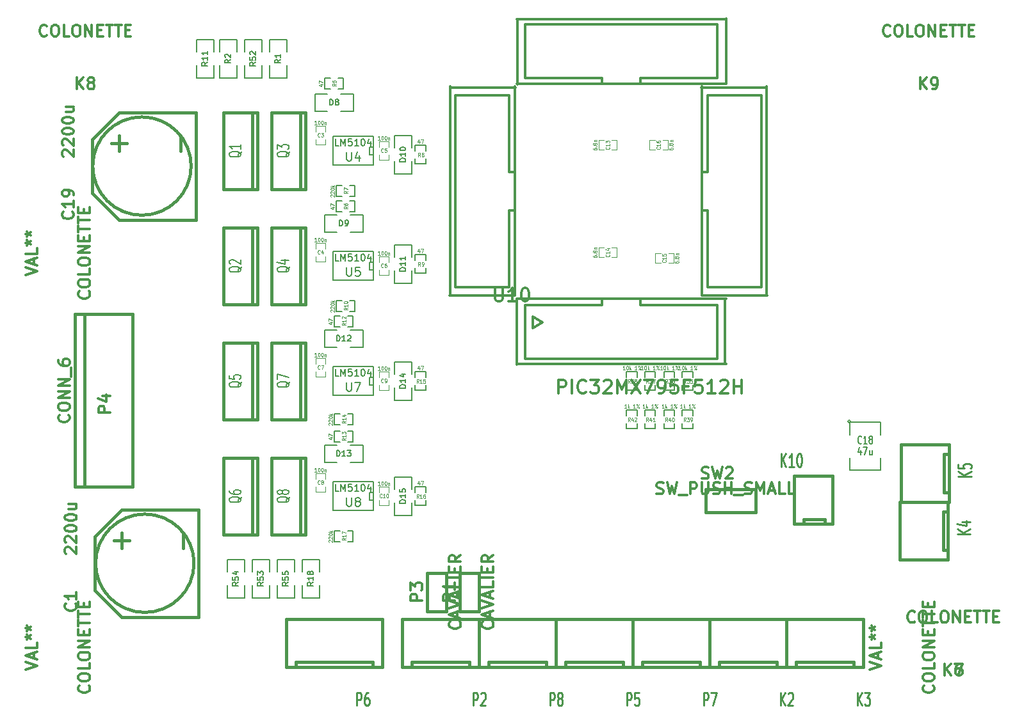
<source format=gto>
G04 (created by PCBNEW (2013-07-07 BZR 4022)-stable) date ven. 16 mai 2014 20:48:24 CEST*
%MOIN*%
G04 Gerber Fmt 3.4, Leading zero omitted, Abs format*
%FSLAX34Y34*%
G01*
G70*
G90*
G04 APERTURE LIST*
%ADD10C,0.00590551*%
%ADD11C,0.015*%
%ADD12C,0.012*%
%ADD13C,0.005*%
%ADD14C,0.0047*%
%ADD15C,0.006*%
%ADD16C,0.0045*%
%ADD17C,0.0107*%
%ADD18C,0.008*%
G04 APERTURE END LIST*
G54D10*
G54D11*
X35500Y-31500D02*
X35500Y-33000D01*
X36000Y-31500D02*
X36000Y-33000D01*
X38500Y-31500D02*
X38500Y-33000D01*
X36000Y-30000D02*
X36000Y-31500D01*
X38500Y-30000D02*
X38500Y-31500D01*
X38500Y-33000D02*
X35500Y-33000D01*
X35500Y-31500D02*
X35500Y-30000D01*
X36000Y-24000D02*
X36000Y-30000D01*
X38500Y-24000D02*
X38500Y-28000D01*
X35500Y-30000D02*
X35500Y-24000D01*
X35500Y-24000D02*
X38500Y-24000D01*
X38500Y-28000D02*
X38500Y-30000D01*
X36000Y-30000D02*
X36000Y-28000D01*
G54D12*
X36000Y-28000D02*
X36000Y-24000D01*
X38500Y-28000D02*
X38500Y-24000D01*
X38500Y-24000D02*
X35500Y-24000D01*
X35500Y-24000D02*
X35500Y-28000D01*
G54D13*
X51050Y-14800D02*
X51050Y-14750D01*
X51050Y-14750D02*
X48950Y-14750D01*
X48950Y-16250D02*
X51050Y-16250D01*
X51050Y-16250D02*
X51050Y-14800D01*
X51050Y-15700D02*
X50850Y-15700D01*
X50850Y-15700D02*
X50850Y-15300D01*
X50850Y-15300D02*
X51050Y-15300D01*
X48950Y-16250D02*
X48950Y-14750D01*
X51050Y-32800D02*
X51050Y-32750D01*
X51050Y-32750D02*
X48950Y-32750D01*
X48950Y-34250D02*
X51050Y-34250D01*
X51050Y-34250D02*
X51050Y-32800D01*
X51050Y-33700D02*
X50850Y-33700D01*
X50850Y-33700D02*
X50850Y-33300D01*
X50850Y-33300D02*
X51050Y-33300D01*
X48950Y-34250D02*
X48950Y-32750D01*
X51050Y-26800D02*
X51050Y-26750D01*
X51050Y-26750D02*
X48950Y-26750D01*
X48950Y-28250D02*
X51050Y-28250D01*
X51050Y-28250D02*
X51050Y-26800D01*
X51050Y-27700D02*
X50850Y-27700D01*
X50850Y-27700D02*
X50850Y-27300D01*
X50850Y-27300D02*
X51050Y-27300D01*
X48950Y-28250D02*
X48950Y-26750D01*
X51050Y-20800D02*
X51050Y-20750D01*
X51050Y-20750D02*
X48950Y-20750D01*
X48950Y-22250D02*
X51050Y-22250D01*
X51050Y-22250D02*
X51050Y-20800D01*
X51050Y-21700D02*
X50850Y-21700D01*
X50850Y-21700D02*
X50850Y-21300D01*
X50850Y-21300D02*
X51050Y-21300D01*
X48950Y-22250D02*
X48950Y-20750D01*
X75870Y-29600D02*
G75*
G03X75870Y-29600I-70J0D01*
G74*
G01*
X75850Y-31500D02*
X75850Y-32150D01*
X75850Y-32150D02*
X77450Y-32150D01*
X77450Y-32150D02*
X77450Y-31500D01*
X77450Y-30300D02*
X77450Y-29650D01*
X77450Y-29650D02*
X75850Y-29650D01*
X75850Y-29650D02*
X75850Y-30300D01*
X53050Y-20400D02*
X52150Y-20400D01*
X52150Y-20400D02*
X52150Y-21050D01*
X53050Y-21750D02*
X53050Y-22400D01*
X53050Y-22400D02*
X52150Y-22400D01*
X52150Y-22400D02*
X52150Y-21750D01*
X53050Y-21050D02*
X53050Y-20400D01*
X48500Y-18850D02*
X48500Y-19750D01*
X48500Y-19750D02*
X49150Y-19750D01*
X49850Y-18850D02*
X50500Y-18850D01*
X50500Y-18850D02*
X50500Y-19750D01*
X50500Y-19750D02*
X49850Y-19750D01*
X49150Y-18850D02*
X48500Y-18850D01*
X53050Y-32500D02*
X52150Y-32500D01*
X52150Y-32500D02*
X52150Y-33150D01*
X53050Y-33850D02*
X53050Y-34500D01*
X53050Y-34500D02*
X52150Y-34500D01*
X52150Y-34500D02*
X52150Y-33850D01*
X53050Y-33150D02*
X53050Y-32500D01*
X48500Y-30850D02*
X48500Y-31750D01*
X48500Y-31750D02*
X49150Y-31750D01*
X49850Y-30850D02*
X50500Y-30850D01*
X50500Y-30850D02*
X50500Y-31750D01*
X50500Y-31750D02*
X49850Y-31750D01*
X49150Y-30850D02*
X48500Y-30850D01*
X53050Y-26500D02*
X52150Y-26500D01*
X52150Y-26500D02*
X52150Y-27150D01*
X53050Y-27850D02*
X53050Y-28500D01*
X53050Y-28500D02*
X52150Y-28500D01*
X52150Y-28500D02*
X52150Y-27850D01*
X53050Y-27150D02*
X53050Y-26500D01*
X48500Y-24850D02*
X48500Y-25750D01*
X48500Y-25750D02*
X49150Y-25750D01*
X49850Y-24850D02*
X50500Y-24850D01*
X50500Y-24850D02*
X50500Y-25750D01*
X50500Y-25750D02*
X49850Y-25750D01*
X49150Y-24850D02*
X48500Y-24850D01*
X53050Y-14700D02*
X52150Y-14700D01*
X52150Y-14700D02*
X52150Y-15350D01*
X53050Y-16050D02*
X53050Y-16700D01*
X53050Y-16700D02*
X52150Y-16700D01*
X52150Y-16700D02*
X52150Y-16050D01*
X53050Y-15350D02*
X53050Y-14700D01*
X48000Y-12550D02*
X48000Y-13450D01*
X48000Y-13450D02*
X48650Y-13450D01*
X49350Y-12550D02*
X50000Y-12550D01*
X50000Y-12550D02*
X50000Y-13450D01*
X50000Y-13450D02*
X49350Y-13450D01*
X48650Y-12550D02*
X48000Y-12550D01*
X48250Y-36800D02*
X47350Y-36800D01*
X47350Y-36800D02*
X47350Y-37450D01*
X48250Y-38150D02*
X48250Y-38800D01*
X48250Y-38800D02*
X47350Y-38800D01*
X47350Y-38800D02*
X47350Y-38150D01*
X48250Y-37450D02*
X48250Y-36800D01*
X41850Y-11700D02*
X42750Y-11700D01*
X42750Y-11700D02*
X42750Y-11050D01*
X41850Y-10350D02*
X41850Y-9700D01*
X41850Y-9700D02*
X42750Y-9700D01*
X42750Y-9700D02*
X42750Y-10350D01*
X41850Y-11050D02*
X41850Y-11700D01*
X46950Y-36800D02*
X46050Y-36800D01*
X46050Y-36800D02*
X46050Y-37450D01*
X46950Y-38150D02*
X46950Y-38800D01*
X46950Y-38800D02*
X46050Y-38800D01*
X46050Y-38800D02*
X46050Y-38150D01*
X46950Y-37450D02*
X46950Y-36800D01*
X44350Y-36800D02*
X43450Y-36800D01*
X43450Y-36800D02*
X43450Y-37450D01*
X44350Y-38150D02*
X44350Y-38800D01*
X44350Y-38800D02*
X43450Y-38800D01*
X43450Y-38800D02*
X43450Y-38150D01*
X44350Y-37450D02*
X44350Y-36800D01*
X45650Y-36800D02*
X44750Y-36800D01*
X44750Y-36800D02*
X44750Y-37450D01*
X45650Y-38150D02*
X45650Y-38800D01*
X45650Y-38800D02*
X44750Y-38800D01*
X44750Y-38800D02*
X44750Y-38150D01*
X45650Y-37450D02*
X45650Y-36800D01*
X44350Y-11700D02*
X45250Y-11700D01*
X45250Y-11700D02*
X45250Y-11050D01*
X44350Y-10350D02*
X44350Y-9700D01*
X44350Y-9700D02*
X45250Y-9700D01*
X45250Y-9700D02*
X45250Y-10350D01*
X44350Y-11050D02*
X44350Y-11700D01*
X43050Y-11700D02*
X43950Y-11700D01*
X43950Y-11700D02*
X43950Y-11050D01*
X43050Y-10350D02*
X43050Y-9700D01*
X43050Y-9700D02*
X43950Y-9700D01*
X43950Y-9700D02*
X43950Y-10350D01*
X43050Y-11050D02*
X43050Y-11700D01*
X45650Y-11700D02*
X46550Y-11700D01*
X46550Y-11700D02*
X46550Y-11050D01*
X45650Y-10350D02*
X45650Y-9700D01*
X45650Y-9700D02*
X46550Y-9700D01*
X46550Y-9700D02*
X46550Y-10350D01*
X45650Y-11050D02*
X45650Y-11700D01*
X49403Y-17325D02*
X49125Y-17325D01*
X49125Y-17325D02*
X49125Y-17875D01*
X49125Y-17875D02*
X49403Y-17875D01*
X50075Y-17325D02*
X49797Y-17325D01*
X50075Y-17325D02*
X50075Y-17875D01*
X50075Y-17875D02*
X49797Y-17875D01*
X64775Y-29303D02*
X64775Y-29025D01*
X64775Y-29025D02*
X64225Y-29025D01*
X64225Y-29025D02*
X64225Y-29303D01*
X64775Y-29975D02*
X64775Y-29697D01*
X64775Y-29975D02*
X64225Y-29975D01*
X64225Y-29975D02*
X64225Y-29697D01*
X65725Y-29303D02*
X65725Y-29025D01*
X65725Y-29025D02*
X65175Y-29025D01*
X65175Y-29025D02*
X65175Y-29303D01*
X65725Y-29975D02*
X65725Y-29697D01*
X65725Y-29975D02*
X65175Y-29975D01*
X65175Y-29975D02*
X65175Y-29697D01*
X66725Y-29303D02*
X66725Y-29025D01*
X66725Y-29025D02*
X66175Y-29025D01*
X66175Y-29025D02*
X66175Y-29303D01*
X66725Y-29975D02*
X66725Y-29697D01*
X66725Y-29975D02*
X66175Y-29975D01*
X66175Y-29975D02*
X66175Y-29697D01*
X67675Y-29303D02*
X67675Y-29025D01*
X67675Y-29025D02*
X67125Y-29025D01*
X67125Y-29025D02*
X67125Y-29303D01*
X67675Y-29975D02*
X67675Y-29697D01*
X67675Y-29975D02*
X67125Y-29975D01*
X67125Y-29975D02*
X67125Y-29697D01*
X64775Y-27303D02*
X64775Y-27025D01*
X64775Y-27025D02*
X64225Y-27025D01*
X64225Y-27025D02*
X64225Y-27303D01*
X64775Y-27975D02*
X64775Y-27697D01*
X64775Y-27975D02*
X64225Y-27975D01*
X64225Y-27975D02*
X64225Y-27697D01*
X65725Y-27303D02*
X65725Y-27025D01*
X65725Y-27025D02*
X65175Y-27025D01*
X65175Y-27025D02*
X65175Y-27303D01*
X65725Y-27975D02*
X65725Y-27697D01*
X65725Y-27975D02*
X65175Y-27975D01*
X65175Y-27975D02*
X65175Y-27697D01*
X66725Y-27303D02*
X66725Y-27025D01*
X66725Y-27025D02*
X66175Y-27025D01*
X66175Y-27025D02*
X66175Y-27303D01*
X66725Y-27975D02*
X66725Y-27697D01*
X66725Y-27975D02*
X66175Y-27975D01*
X66175Y-27975D02*
X66175Y-27697D01*
X67675Y-27303D02*
X67675Y-27025D01*
X67675Y-27025D02*
X67125Y-27025D01*
X67125Y-27025D02*
X67125Y-27303D01*
X67675Y-27975D02*
X67675Y-27697D01*
X67675Y-27975D02*
X67125Y-27975D01*
X67125Y-27975D02*
X67125Y-27697D01*
X48803Y-11725D02*
X48525Y-11725D01*
X48525Y-11725D02*
X48525Y-12275D01*
X48525Y-12275D02*
X48803Y-12275D01*
X49475Y-11725D02*
X49197Y-11725D01*
X49475Y-11725D02*
X49475Y-12275D01*
X49475Y-12275D02*
X49197Y-12275D01*
X49303Y-29225D02*
X49025Y-29225D01*
X49025Y-29225D02*
X49025Y-29775D01*
X49025Y-29775D02*
X49303Y-29775D01*
X49975Y-29225D02*
X49697Y-29225D01*
X49975Y-29225D02*
X49975Y-29775D01*
X49975Y-29775D02*
X49697Y-29775D01*
X49303Y-24125D02*
X49025Y-24125D01*
X49025Y-24125D02*
X49025Y-24675D01*
X49025Y-24675D02*
X49303Y-24675D01*
X49975Y-24125D02*
X49697Y-24125D01*
X49975Y-24125D02*
X49975Y-24675D01*
X49975Y-24675D02*
X49697Y-24675D01*
X53775Y-27303D02*
X53775Y-27025D01*
X53775Y-27025D02*
X53225Y-27025D01*
X53225Y-27025D02*
X53225Y-27303D01*
X53775Y-27975D02*
X53775Y-27697D01*
X53775Y-27975D02*
X53225Y-27975D01*
X53225Y-27975D02*
X53225Y-27697D01*
X53775Y-33303D02*
X53775Y-33025D01*
X53775Y-33025D02*
X53225Y-33025D01*
X53225Y-33025D02*
X53225Y-33303D01*
X53775Y-33975D02*
X53775Y-33697D01*
X53775Y-33975D02*
X53225Y-33975D01*
X53225Y-33975D02*
X53225Y-33697D01*
X49303Y-30125D02*
X49025Y-30125D01*
X49025Y-30125D02*
X49025Y-30675D01*
X49025Y-30675D02*
X49303Y-30675D01*
X49975Y-30125D02*
X49697Y-30125D01*
X49975Y-30125D02*
X49975Y-30675D01*
X49975Y-30675D02*
X49697Y-30675D01*
X49303Y-35325D02*
X49025Y-35325D01*
X49025Y-35325D02*
X49025Y-35875D01*
X49025Y-35875D02*
X49303Y-35875D01*
X49975Y-35325D02*
X49697Y-35325D01*
X49975Y-35325D02*
X49975Y-35875D01*
X49975Y-35875D02*
X49697Y-35875D01*
X49403Y-23325D02*
X49125Y-23325D01*
X49125Y-23325D02*
X49125Y-23875D01*
X49125Y-23875D02*
X49403Y-23875D01*
X50075Y-23325D02*
X49797Y-23325D01*
X50075Y-23325D02*
X50075Y-23875D01*
X50075Y-23875D02*
X49797Y-23875D01*
X53775Y-15503D02*
X53775Y-15225D01*
X53775Y-15225D02*
X53225Y-15225D01*
X53225Y-15225D02*
X53225Y-15503D01*
X53775Y-16175D02*
X53775Y-15897D01*
X53775Y-16175D02*
X53225Y-16175D01*
X53225Y-16175D02*
X53225Y-15897D01*
X53775Y-21203D02*
X53775Y-20925D01*
X53775Y-20925D02*
X53225Y-20925D01*
X53225Y-20925D02*
X53225Y-21203D01*
X53775Y-21875D02*
X53775Y-21597D01*
X53775Y-21875D02*
X53225Y-21875D01*
X53225Y-21875D02*
X53225Y-21597D01*
X49403Y-18125D02*
X49125Y-18125D01*
X49125Y-18125D02*
X49125Y-18675D01*
X49125Y-18675D02*
X49403Y-18675D01*
X50075Y-18125D02*
X49797Y-18125D01*
X50075Y-18125D02*
X50075Y-18675D01*
X50075Y-18675D02*
X49797Y-18675D01*
G54D14*
X63447Y-21056D02*
X63722Y-21056D01*
X63053Y-21056D02*
X62778Y-21056D01*
X63447Y-20544D02*
X63722Y-20544D01*
X62778Y-20544D02*
X63053Y-20544D01*
X63722Y-20550D02*
X63722Y-21050D01*
X62778Y-21050D02*
X62778Y-20550D01*
X63447Y-15456D02*
X63722Y-15456D01*
X63053Y-15456D02*
X62778Y-15456D01*
X63447Y-14944D02*
X63722Y-14944D01*
X62778Y-14944D02*
X63053Y-14944D01*
X63722Y-14950D02*
X63722Y-15450D01*
X62778Y-15450D02*
X62778Y-14950D01*
X51344Y-27697D02*
X51344Y-27972D01*
X51344Y-27303D02*
X51344Y-27028D01*
X51856Y-27697D02*
X51856Y-27972D01*
X51856Y-27028D02*
X51856Y-27303D01*
X51850Y-27972D02*
X51350Y-27972D01*
X51350Y-27028D02*
X51850Y-27028D01*
X51344Y-15697D02*
X51344Y-15972D01*
X51344Y-15303D02*
X51344Y-15028D01*
X51856Y-15697D02*
X51856Y-15972D01*
X51856Y-15028D02*
X51856Y-15303D01*
X51850Y-15972D02*
X51350Y-15972D01*
X51350Y-15028D02*
X51850Y-15028D01*
X48044Y-20997D02*
X48044Y-21272D01*
X48044Y-20603D02*
X48044Y-20328D01*
X48556Y-20997D02*
X48556Y-21272D01*
X48556Y-20328D02*
X48556Y-20603D01*
X48550Y-21272D02*
X48050Y-21272D01*
X48050Y-20328D02*
X48550Y-20328D01*
X48044Y-26997D02*
X48044Y-27272D01*
X48044Y-26603D02*
X48044Y-26328D01*
X48556Y-26997D02*
X48556Y-27272D01*
X48556Y-26328D02*
X48556Y-26603D01*
X48550Y-27272D02*
X48050Y-27272D01*
X48050Y-26328D02*
X48550Y-26328D01*
X65703Y-14944D02*
X65428Y-14944D01*
X66097Y-14944D02*
X66372Y-14944D01*
X65703Y-15456D02*
X65428Y-15456D01*
X66372Y-15456D02*
X66097Y-15456D01*
X65428Y-15450D02*
X65428Y-14950D01*
X66372Y-14950D02*
X66372Y-15450D01*
X66003Y-20844D02*
X65728Y-20844D01*
X66397Y-20844D02*
X66672Y-20844D01*
X66003Y-21356D02*
X65728Y-21356D01*
X66672Y-21356D02*
X66397Y-21356D01*
X65728Y-21350D02*
X65728Y-20850D01*
X66672Y-20850D02*
X66672Y-21350D01*
X48044Y-14897D02*
X48044Y-15172D01*
X48044Y-14503D02*
X48044Y-14228D01*
X48556Y-14897D02*
X48556Y-15172D01*
X48556Y-14228D02*
X48556Y-14503D01*
X48550Y-15172D02*
X48050Y-15172D01*
X48050Y-14228D02*
X48550Y-14228D01*
X48044Y-32997D02*
X48044Y-33272D01*
X48044Y-32603D02*
X48044Y-32328D01*
X48556Y-32997D02*
X48556Y-33272D01*
X48556Y-32328D02*
X48556Y-32603D01*
X48550Y-33272D02*
X48050Y-33272D01*
X48050Y-32328D02*
X48550Y-32328D01*
X51344Y-21697D02*
X51344Y-21972D01*
X51344Y-21303D02*
X51344Y-21028D01*
X51856Y-21697D02*
X51856Y-21972D01*
X51856Y-21028D02*
X51856Y-21303D01*
X51850Y-21972D02*
X51350Y-21972D01*
X51350Y-21028D02*
X51850Y-21028D01*
X51344Y-33697D02*
X51344Y-33972D01*
X51344Y-33303D02*
X51344Y-33028D01*
X51856Y-33697D02*
X51856Y-33972D01*
X51856Y-33028D02*
X51856Y-33303D01*
X51850Y-33972D02*
X51350Y-33972D01*
X51350Y-33028D02*
X51850Y-33028D01*
G54D11*
X74550Y-34700D02*
X74550Y-34900D01*
X74950Y-34950D02*
X72950Y-34950D01*
X74950Y-34950D02*
X74950Y-32450D01*
X74950Y-32450D02*
X73200Y-32450D01*
X73200Y-32450D02*
X72950Y-32450D01*
X73450Y-34700D02*
X74550Y-34700D01*
X73450Y-34700D02*
X73450Y-34950D01*
X72950Y-34950D02*
X72950Y-32450D01*
G54D12*
X58500Y-23199D02*
X69400Y-23199D01*
X69400Y-26599D02*
X58550Y-26599D01*
X64950Y-23249D02*
X64950Y-23549D01*
X64950Y-23549D02*
X68950Y-23549D01*
X68950Y-23549D02*
X68950Y-26349D01*
X68950Y-26349D02*
X58950Y-26349D01*
X58950Y-26349D02*
X58950Y-23549D01*
X58950Y-23549D02*
X62950Y-23549D01*
X62950Y-23549D02*
X62950Y-23249D01*
X69350Y-23199D02*
X69350Y-26599D01*
X58500Y-26649D02*
X58500Y-23249D01*
X59350Y-24750D02*
X59850Y-24450D01*
X59350Y-24150D02*
X59350Y-24750D01*
X59850Y-24450D02*
X59350Y-24150D01*
X69400Y-8600D02*
X69400Y-12000D01*
X58550Y-12050D02*
X58550Y-8650D01*
X64950Y-11700D02*
X64950Y-12000D01*
X68950Y-11700D02*
X64950Y-11700D01*
X68950Y-8900D02*
X68950Y-11700D01*
X58950Y-8900D02*
X68950Y-8900D01*
X58950Y-11700D02*
X58950Y-8900D01*
X62950Y-11700D02*
X58950Y-11700D01*
X62950Y-12000D02*
X62950Y-11700D01*
X58500Y-8650D02*
X69350Y-8650D01*
X69400Y-12000D02*
X58500Y-12000D01*
X68150Y-23050D02*
X68150Y-12150D01*
X71500Y-12150D02*
X71500Y-23000D01*
X68150Y-16600D02*
X68450Y-16600D01*
X68450Y-16600D02*
X68450Y-12600D01*
X68450Y-12600D02*
X71250Y-12600D01*
X71250Y-12600D02*
X71250Y-22600D01*
X71250Y-22600D02*
X68450Y-22600D01*
X68450Y-22600D02*
X68450Y-18600D01*
X68450Y-18600D02*
X68150Y-18600D01*
X68100Y-12200D02*
X71500Y-12200D01*
X71550Y-23050D02*
X68150Y-23050D01*
X55000Y-23050D02*
X58400Y-23050D01*
X58450Y-12200D02*
X55050Y-12200D01*
X58100Y-18600D02*
X58400Y-18600D01*
X58100Y-22600D02*
X58100Y-18600D01*
X55300Y-22600D02*
X58100Y-22600D01*
X55300Y-12600D02*
X55300Y-22600D01*
X58100Y-12600D02*
X55300Y-12600D01*
X58100Y-16600D02*
X58100Y-12600D01*
X58400Y-16600D02*
X58100Y-16600D01*
X55050Y-12150D02*
X55050Y-23000D01*
X58400Y-23050D02*
X58400Y-12150D01*
G54D11*
X51500Y-39900D02*
X50250Y-39900D01*
X51000Y-42150D02*
X51000Y-42400D01*
X46500Y-42400D02*
X51500Y-42400D01*
X51500Y-42400D02*
X51500Y-39900D01*
X51000Y-42150D02*
X50000Y-42150D01*
X47000Y-42400D02*
X47000Y-42150D01*
X47000Y-42150D02*
X50000Y-42150D01*
X50500Y-39900D02*
X46500Y-39900D01*
X46500Y-39900D02*
X46500Y-42400D01*
X65050Y-42400D02*
X65050Y-42150D01*
X65050Y-42150D02*
X68050Y-42150D01*
X68050Y-42150D02*
X68050Y-42400D01*
X68550Y-39900D02*
X64550Y-39900D01*
X64550Y-39900D02*
X64550Y-42400D01*
X64550Y-42400D02*
X68550Y-42400D01*
X68550Y-42400D02*
X68550Y-39900D01*
X57050Y-42400D02*
X57050Y-42150D01*
X57050Y-42150D02*
X60050Y-42150D01*
X60050Y-42150D02*
X60050Y-42400D01*
X60550Y-39900D02*
X56550Y-39900D01*
X56550Y-39900D02*
X56550Y-42400D01*
X56550Y-42400D02*
X60550Y-42400D01*
X60550Y-42400D02*
X60550Y-39900D01*
X61050Y-42400D02*
X61050Y-42150D01*
X61050Y-42150D02*
X64050Y-42150D01*
X64050Y-42150D02*
X64050Y-42400D01*
X64550Y-39900D02*
X60550Y-39900D01*
X60550Y-39900D02*
X60550Y-42400D01*
X60550Y-42400D02*
X64550Y-42400D01*
X64550Y-42400D02*
X64550Y-39900D01*
X53050Y-42400D02*
X53050Y-42150D01*
X53050Y-42150D02*
X56050Y-42150D01*
X56050Y-42150D02*
X56050Y-42400D01*
X56550Y-39900D02*
X52550Y-39900D01*
X52550Y-39900D02*
X52550Y-42400D01*
X52550Y-42400D02*
X56550Y-42400D01*
X56550Y-42400D02*
X56550Y-39900D01*
X69050Y-42400D02*
X69050Y-42150D01*
X69050Y-42150D02*
X72050Y-42150D01*
X72050Y-42150D02*
X72050Y-42400D01*
X72550Y-39900D02*
X68550Y-39900D01*
X68550Y-39900D02*
X68550Y-42400D01*
X68550Y-42400D02*
X72550Y-42400D01*
X72550Y-42400D02*
X72550Y-39900D01*
X73050Y-42400D02*
X73050Y-42150D01*
X73050Y-42150D02*
X76050Y-42150D01*
X76050Y-42150D02*
X76050Y-42400D01*
X76550Y-39900D02*
X72550Y-39900D01*
X72550Y-39900D02*
X72550Y-42400D01*
X72550Y-42400D02*
X76550Y-42400D01*
X76550Y-42400D02*
X76550Y-39900D01*
X80750Y-31300D02*
X81000Y-31300D01*
X81000Y-33800D02*
X81000Y-30800D01*
X80750Y-31300D02*
X80750Y-33300D01*
X80750Y-33300D02*
X81000Y-33300D01*
X81000Y-30800D02*
X78500Y-30800D01*
X78500Y-30800D02*
X78500Y-33800D01*
X80750Y-33300D02*
X81000Y-33300D01*
X81000Y-33800D02*
X78500Y-33800D01*
X80700Y-34300D02*
X80950Y-34300D01*
X80950Y-36800D02*
X80950Y-33800D01*
X80700Y-34300D02*
X80700Y-36300D01*
X80700Y-36300D02*
X80950Y-36300D01*
X80950Y-33800D02*
X78450Y-33800D01*
X78450Y-33800D02*
X78450Y-36800D01*
X80700Y-36300D02*
X80950Y-36300D01*
X80950Y-36800D02*
X78450Y-36800D01*
X47250Y-13500D02*
X47500Y-13500D01*
X47500Y-13500D02*
X47500Y-17500D01*
X47500Y-17500D02*
X47250Y-17500D01*
X45750Y-13500D02*
X47250Y-13500D01*
X47250Y-13500D02*
X47250Y-17500D01*
X47250Y-17500D02*
X45750Y-17500D01*
X45750Y-17500D02*
X45750Y-13500D01*
X44750Y-31500D02*
X45000Y-31500D01*
X45000Y-31500D02*
X45000Y-35500D01*
X45000Y-35500D02*
X44750Y-35500D01*
X43250Y-31500D02*
X44750Y-31500D01*
X44750Y-31500D02*
X44750Y-35500D01*
X44750Y-35500D02*
X43250Y-35500D01*
X43250Y-35500D02*
X43250Y-31500D01*
X47250Y-31500D02*
X47500Y-31500D01*
X47500Y-31500D02*
X47500Y-35500D01*
X47500Y-35500D02*
X47250Y-35500D01*
X45750Y-31500D02*
X47250Y-31500D01*
X47250Y-31500D02*
X47250Y-35500D01*
X47250Y-35500D02*
X45750Y-35500D01*
X45750Y-35500D02*
X45750Y-31500D01*
X44750Y-19500D02*
X45000Y-19500D01*
X45000Y-19500D02*
X45000Y-23500D01*
X45000Y-23500D02*
X44750Y-23500D01*
X43250Y-19500D02*
X44750Y-19500D01*
X44750Y-19500D02*
X44750Y-23500D01*
X44750Y-23500D02*
X43250Y-23500D01*
X43250Y-23500D02*
X43250Y-19500D01*
X47250Y-19500D02*
X47500Y-19500D01*
X47500Y-19500D02*
X47500Y-23500D01*
X47500Y-23500D02*
X47250Y-23500D01*
X45750Y-19500D02*
X47250Y-19500D01*
X47250Y-19500D02*
X47250Y-23500D01*
X47250Y-23500D02*
X45750Y-23500D01*
X45750Y-23500D02*
X45750Y-19500D01*
X47250Y-25500D02*
X47500Y-25500D01*
X47500Y-25500D02*
X47500Y-29500D01*
X47500Y-29500D02*
X47250Y-29500D01*
X45750Y-25500D02*
X47250Y-25500D01*
X47250Y-25500D02*
X47250Y-29500D01*
X47250Y-29500D02*
X45750Y-29500D01*
X45750Y-29500D02*
X45750Y-25500D01*
X44750Y-13500D02*
X45000Y-13500D01*
X45000Y-13500D02*
X45000Y-17500D01*
X45000Y-17500D02*
X44750Y-17500D01*
X43250Y-13500D02*
X44750Y-13500D01*
X44750Y-13500D02*
X44750Y-17500D01*
X44750Y-17500D02*
X43250Y-17500D01*
X43250Y-17500D02*
X43250Y-13500D01*
X44750Y-25500D02*
X45000Y-25500D01*
X45000Y-25500D02*
X45000Y-29500D01*
X45000Y-29500D02*
X44750Y-29500D01*
X43250Y-25500D02*
X44750Y-25500D01*
X44750Y-25500D02*
X44750Y-29500D01*
X44750Y-29500D02*
X43250Y-29500D01*
X43250Y-29500D02*
X43250Y-25500D01*
X56550Y-39500D02*
X55550Y-39500D01*
X55550Y-39500D02*
X55550Y-37500D01*
X55550Y-37500D02*
X56550Y-37500D01*
X56550Y-37500D02*
X56550Y-39500D01*
X54850Y-39500D02*
X53850Y-39500D01*
X53850Y-39500D02*
X53850Y-37500D01*
X53850Y-37500D02*
X54850Y-37500D01*
X54850Y-37500D02*
X54850Y-39500D01*
X68350Y-33150D02*
X68350Y-34350D01*
X68350Y-34350D02*
X70950Y-34350D01*
X70950Y-34350D02*
X70950Y-33150D01*
X70950Y-33150D02*
X68350Y-33150D01*
X41561Y-16300D02*
G75*
G03X41561Y-16300I-2561J0D01*
G74*
G01*
X41000Y-15500D02*
X41000Y-14700D01*
X37600Y-15100D02*
X37400Y-15100D01*
X37800Y-15300D02*
X37800Y-15500D01*
X37800Y-15300D02*
X37800Y-14700D01*
X37600Y-15100D02*
X38200Y-15100D01*
X41800Y-13700D02*
X41800Y-13500D01*
X36400Y-14900D02*
X37800Y-13500D01*
X36400Y-17700D02*
X36400Y-14900D01*
X36400Y-17700D02*
X37800Y-19100D01*
X41800Y-13500D02*
X37800Y-13500D01*
X41800Y-19100D02*
X37800Y-19100D01*
X41800Y-19100D02*
X41800Y-13700D01*
X41800Y-19100D02*
X41800Y-14100D01*
X41711Y-37000D02*
G75*
G03X41711Y-37000I-2561J0D01*
G74*
G01*
X41150Y-36200D02*
X41150Y-35400D01*
X37750Y-35800D02*
X37550Y-35800D01*
X37950Y-36000D02*
X37950Y-36200D01*
X37950Y-36000D02*
X37950Y-35400D01*
X37750Y-35800D02*
X38350Y-35800D01*
X41950Y-34400D02*
X41950Y-34200D01*
X36550Y-35600D02*
X37950Y-34200D01*
X36550Y-38400D02*
X36550Y-35600D01*
X36550Y-38400D02*
X37950Y-39800D01*
X41950Y-34200D02*
X37950Y-34200D01*
X41950Y-39800D02*
X37950Y-39800D01*
X41950Y-39800D02*
X41950Y-34400D01*
X41950Y-39800D02*
X41950Y-34800D01*
G54D12*
X37342Y-29142D02*
X36742Y-29142D01*
X36742Y-28914D01*
X36771Y-28857D01*
X36800Y-28828D01*
X36857Y-28800D01*
X36942Y-28800D01*
X37000Y-28828D01*
X37028Y-28857D01*
X37057Y-28914D01*
X37057Y-29142D01*
X36942Y-28285D02*
X37342Y-28285D01*
X36714Y-28428D02*
X37142Y-28571D01*
X37142Y-28200D01*
X35185Y-29271D02*
X35214Y-29299D01*
X35242Y-29385D01*
X35242Y-29442D01*
X35214Y-29528D01*
X35157Y-29585D01*
X35100Y-29614D01*
X34985Y-29642D01*
X34900Y-29642D01*
X34785Y-29614D01*
X34728Y-29585D01*
X34671Y-29528D01*
X34642Y-29442D01*
X34642Y-29385D01*
X34671Y-29299D01*
X34700Y-29271D01*
X34642Y-28899D02*
X34642Y-28785D01*
X34671Y-28728D01*
X34728Y-28671D01*
X34842Y-28642D01*
X35042Y-28642D01*
X35157Y-28671D01*
X35214Y-28728D01*
X35242Y-28785D01*
X35242Y-28899D01*
X35214Y-28957D01*
X35157Y-29014D01*
X35042Y-29042D01*
X34842Y-29042D01*
X34728Y-29014D01*
X34671Y-28957D01*
X34642Y-28899D01*
X35242Y-28385D02*
X34642Y-28385D01*
X35242Y-28042D01*
X34642Y-28042D01*
X35242Y-27757D02*
X34642Y-27757D01*
X35242Y-27414D01*
X34642Y-27414D01*
X35300Y-27271D02*
X35300Y-26814D01*
X34642Y-26414D02*
X34642Y-26528D01*
X34671Y-26585D01*
X34700Y-26614D01*
X34785Y-26671D01*
X34900Y-26700D01*
X35128Y-26700D01*
X35185Y-26671D01*
X35214Y-26642D01*
X35242Y-26585D01*
X35242Y-26471D01*
X35214Y-26414D01*
X35185Y-26385D01*
X35128Y-26357D01*
X34985Y-26357D01*
X34928Y-26385D01*
X34900Y-26414D01*
X34871Y-26471D01*
X34871Y-26585D01*
X34900Y-26642D01*
X34928Y-26671D01*
X34985Y-26700D01*
X80185Y-43374D02*
X80214Y-43403D01*
X80242Y-43489D01*
X80242Y-43546D01*
X80214Y-43632D01*
X80157Y-43689D01*
X80100Y-43717D01*
X79985Y-43746D01*
X79900Y-43746D01*
X79785Y-43717D01*
X79728Y-43689D01*
X79671Y-43632D01*
X79642Y-43546D01*
X79642Y-43489D01*
X79671Y-43403D01*
X79700Y-43374D01*
X79642Y-43003D02*
X79642Y-42889D01*
X79671Y-42832D01*
X79728Y-42774D01*
X79842Y-42746D01*
X80042Y-42746D01*
X80157Y-42774D01*
X80214Y-42832D01*
X80242Y-42889D01*
X80242Y-43003D01*
X80214Y-43060D01*
X80157Y-43117D01*
X80042Y-43146D01*
X79842Y-43146D01*
X79728Y-43117D01*
X79671Y-43060D01*
X79642Y-43003D01*
X80242Y-42203D02*
X80242Y-42489D01*
X79642Y-42489D01*
X79642Y-41889D02*
X79642Y-41774D01*
X79671Y-41717D01*
X79728Y-41660D01*
X79842Y-41632D01*
X80042Y-41632D01*
X80157Y-41660D01*
X80214Y-41717D01*
X80242Y-41774D01*
X80242Y-41889D01*
X80214Y-41946D01*
X80157Y-42003D01*
X80042Y-42032D01*
X79842Y-42032D01*
X79728Y-42003D01*
X79671Y-41946D01*
X79642Y-41889D01*
X80242Y-41375D02*
X79642Y-41375D01*
X80242Y-41032D01*
X79642Y-41032D01*
X79928Y-40746D02*
X79928Y-40546D01*
X80242Y-40460D02*
X80242Y-40746D01*
X79642Y-40746D01*
X79642Y-40460D01*
X79642Y-40289D02*
X79642Y-39946D01*
X80242Y-40117D02*
X79642Y-40117D01*
X79642Y-39832D02*
X79642Y-39489D01*
X80242Y-39660D02*
X79642Y-39660D01*
X79928Y-39289D02*
X79928Y-39089D01*
X80242Y-39003D02*
X80242Y-39289D01*
X79642Y-39289D01*
X79642Y-39003D01*
X76892Y-42532D02*
X77492Y-42332D01*
X76892Y-42132D01*
X77321Y-41960D02*
X77321Y-41675D01*
X77492Y-42017D02*
X76892Y-41817D01*
X77492Y-41617D01*
X77492Y-41132D02*
X77492Y-41417D01*
X76892Y-41417D01*
X76892Y-40846D02*
X77035Y-40846D01*
X76978Y-40989D02*
X77035Y-40846D01*
X76978Y-40703D01*
X77150Y-40932D02*
X77035Y-40846D01*
X77150Y-40760D01*
X76892Y-40389D02*
X77035Y-40389D01*
X76978Y-40532D02*
X77035Y-40389D01*
X76978Y-40246D01*
X77150Y-40475D02*
X77035Y-40389D01*
X77150Y-40303D01*
X36235Y-22824D02*
X36264Y-22853D01*
X36292Y-22939D01*
X36292Y-22996D01*
X36264Y-23082D01*
X36207Y-23139D01*
X36150Y-23167D01*
X36035Y-23196D01*
X35950Y-23196D01*
X35835Y-23167D01*
X35778Y-23139D01*
X35721Y-23082D01*
X35692Y-22996D01*
X35692Y-22939D01*
X35721Y-22853D01*
X35750Y-22824D01*
X35692Y-22453D02*
X35692Y-22339D01*
X35721Y-22282D01*
X35778Y-22224D01*
X35892Y-22196D01*
X36092Y-22196D01*
X36207Y-22224D01*
X36264Y-22282D01*
X36292Y-22339D01*
X36292Y-22453D01*
X36264Y-22510D01*
X36207Y-22567D01*
X36092Y-22596D01*
X35892Y-22596D01*
X35778Y-22567D01*
X35721Y-22510D01*
X35692Y-22453D01*
X36292Y-21653D02*
X36292Y-21939D01*
X35692Y-21939D01*
X35692Y-21339D02*
X35692Y-21224D01*
X35721Y-21167D01*
X35778Y-21110D01*
X35892Y-21082D01*
X36092Y-21082D01*
X36207Y-21110D01*
X36264Y-21167D01*
X36292Y-21224D01*
X36292Y-21339D01*
X36264Y-21396D01*
X36207Y-21453D01*
X36092Y-21482D01*
X35892Y-21482D01*
X35778Y-21453D01*
X35721Y-21396D01*
X35692Y-21339D01*
X36292Y-20825D02*
X35692Y-20825D01*
X36292Y-20482D01*
X35692Y-20482D01*
X35978Y-20196D02*
X35978Y-19996D01*
X36292Y-19910D02*
X36292Y-20196D01*
X35692Y-20196D01*
X35692Y-19910D01*
X35692Y-19739D02*
X35692Y-19396D01*
X36292Y-19567D02*
X35692Y-19567D01*
X35692Y-19282D02*
X35692Y-18939D01*
X36292Y-19110D02*
X35692Y-19110D01*
X35978Y-18739D02*
X35978Y-18539D01*
X36292Y-18453D02*
X36292Y-18739D01*
X35692Y-18739D01*
X35692Y-18453D01*
X32942Y-21982D02*
X33542Y-21782D01*
X32942Y-21582D01*
X33371Y-21410D02*
X33371Y-21125D01*
X33542Y-21467D02*
X32942Y-21267D01*
X33542Y-21067D01*
X33542Y-20582D02*
X33542Y-20867D01*
X32942Y-20867D01*
X32942Y-20296D02*
X33085Y-20296D01*
X33028Y-20439D02*
X33085Y-20296D01*
X33028Y-20153D01*
X33200Y-20382D02*
X33085Y-20296D01*
X33200Y-20210D01*
X32942Y-19839D02*
X33085Y-19839D01*
X33028Y-19982D02*
X33085Y-19839D01*
X33028Y-19696D01*
X33200Y-19925D02*
X33085Y-19839D01*
X33200Y-19753D01*
X36235Y-43374D02*
X36264Y-43403D01*
X36292Y-43489D01*
X36292Y-43546D01*
X36264Y-43632D01*
X36207Y-43689D01*
X36150Y-43717D01*
X36035Y-43746D01*
X35950Y-43746D01*
X35835Y-43717D01*
X35778Y-43689D01*
X35721Y-43632D01*
X35692Y-43546D01*
X35692Y-43489D01*
X35721Y-43403D01*
X35750Y-43374D01*
X35692Y-43003D02*
X35692Y-42889D01*
X35721Y-42832D01*
X35778Y-42774D01*
X35892Y-42746D01*
X36092Y-42746D01*
X36207Y-42774D01*
X36264Y-42832D01*
X36292Y-42889D01*
X36292Y-43003D01*
X36264Y-43060D01*
X36207Y-43117D01*
X36092Y-43146D01*
X35892Y-43146D01*
X35778Y-43117D01*
X35721Y-43060D01*
X35692Y-43003D01*
X36292Y-42203D02*
X36292Y-42489D01*
X35692Y-42489D01*
X35692Y-41889D02*
X35692Y-41774D01*
X35721Y-41717D01*
X35778Y-41660D01*
X35892Y-41632D01*
X36092Y-41632D01*
X36207Y-41660D01*
X36264Y-41717D01*
X36292Y-41774D01*
X36292Y-41889D01*
X36264Y-41946D01*
X36207Y-42003D01*
X36092Y-42032D01*
X35892Y-42032D01*
X35778Y-42003D01*
X35721Y-41946D01*
X35692Y-41889D01*
X36292Y-41375D02*
X35692Y-41375D01*
X36292Y-41032D01*
X35692Y-41032D01*
X35978Y-40746D02*
X35978Y-40546D01*
X36292Y-40460D02*
X36292Y-40746D01*
X35692Y-40746D01*
X35692Y-40460D01*
X35692Y-40289D02*
X35692Y-39946D01*
X36292Y-40117D02*
X35692Y-40117D01*
X35692Y-39832D02*
X35692Y-39489D01*
X36292Y-39660D02*
X35692Y-39660D01*
X35978Y-39289D02*
X35978Y-39089D01*
X36292Y-39003D02*
X36292Y-39289D01*
X35692Y-39289D01*
X35692Y-39003D01*
X32942Y-42532D02*
X33542Y-42332D01*
X32942Y-42132D01*
X33371Y-41960D02*
X33371Y-41675D01*
X33542Y-42017D02*
X32942Y-41817D01*
X33542Y-41617D01*
X33542Y-41132D02*
X33542Y-41417D01*
X32942Y-41417D01*
X32942Y-40846D02*
X33085Y-40846D01*
X33028Y-40989D02*
X33085Y-40846D01*
X33028Y-40703D01*
X33200Y-40932D02*
X33085Y-40846D01*
X33200Y-40760D01*
X32942Y-40389D02*
X33085Y-40389D01*
X33028Y-40532D02*
X33085Y-40389D01*
X33028Y-40246D01*
X33200Y-40475D02*
X33085Y-40389D01*
X33200Y-40303D01*
G54D15*
X49657Y-15582D02*
X49657Y-15946D01*
X49678Y-15989D01*
X49700Y-16010D01*
X49742Y-16032D01*
X49828Y-16032D01*
X49871Y-16010D01*
X49892Y-15989D01*
X49914Y-15946D01*
X49914Y-15582D01*
X50321Y-15732D02*
X50321Y-16032D01*
X50214Y-15560D02*
X50107Y-15882D01*
X50385Y-15882D01*
X49241Y-15241D02*
X49075Y-15241D01*
X49075Y-14891D01*
X49358Y-15241D02*
X49358Y-14891D01*
X49475Y-15141D01*
X49591Y-14891D01*
X49591Y-15241D01*
X49925Y-14891D02*
X49758Y-14891D01*
X49741Y-15058D01*
X49758Y-15041D01*
X49791Y-15025D01*
X49875Y-15025D01*
X49908Y-15041D01*
X49925Y-15058D01*
X49941Y-15091D01*
X49941Y-15175D01*
X49925Y-15208D01*
X49908Y-15225D01*
X49875Y-15241D01*
X49791Y-15241D01*
X49758Y-15225D01*
X49741Y-15208D01*
X50275Y-15241D02*
X50075Y-15241D01*
X50175Y-15241D02*
X50175Y-14891D01*
X50141Y-14941D01*
X50108Y-14975D01*
X50075Y-14991D01*
X50491Y-14891D02*
X50525Y-14891D01*
X50558Y-14908D01*
X50575Y-14925D01*
X50591Y-14958D01*
X50608Y-15025D01*
X50608Y-15108D01*
X50591Y-15175D01*
X50575Y-15208D01*
X50558Y-15225D01*
X50525Y-15241D01*
X50491Y-15241D01*
X50458Y-15225D01*
X50441Y-15208D01*
X50425Y-15175D01*
X50408Y-15108D01*
X50408Y-15025D01*
X50425Y-14958D01*
X50441Y-14925D01*
X50458Y-14908D01*
X50491Y-14891D01*
X50908Y-15008D02*
X50908Y-15241D01*
X50825Y-14875D02*
X50741Y-15125D01*
X50958Y-15125D01*
X49657Y-33582D02*
X49657Y-33946D01*
X49678Y-33989D01*
X49700Y-34010D01*
X49742Y-34032D01*
X49828Y-34032D01*
X49871Y-34010D01*
X49892Y-33989D01*
X49914Y-33946D01*
X49914Y-33582D01*
X50192Y-33775D02*
X50150Y-33753D01*
X50128Y-33732D01*
X50107Y-33689D01*
X50107Y-33667D01*
X50128Y-33625D01*
X50150Y-33603D01*
X50192Y-33582D01*
X50278Y-33582D01*
X50321Y-33603D01*
X50342Y-33625D01*
X50364Y-33667D01*
X50364Y-33689D01*
X50342Y-33732D01*
X50321Y-33753D01*
X50278Y-33775D01*
X50192Y-33775D01*
X50150Y-33796D01*
X50128Y-33817D01*
X50107Y-33860D01*
X50107Y-33946D01*
X50128Y-33989D01*
X50150Y-34010D01*
X50192Y-34032D01*
X50278Y-34032D01*
X50321Y-34010D01*
X50342Y-33989D01*
X50364Y-33946D01*
X50364Y-33860D01*
X50342Y-33817D01*
X50321Y-33796D01*
X50278Y-33775D01*
X49241Y-33241D02*
X49075Y-33241D01*
X49075Y-32891D01*
X49358Y-33241D02*
X49358Y-32891D01*
X49475Y-33141D01*
X49591Y-32891D01*
X49591Y-33241D01*
X49925Y-32891D02*
X49758Y-32891D01*
X49741Y-33058D01*
X49758Y-33041D01*
X49791Y-33025D01*
X49875Y-33025D01*
X49908Y-33041D01*
X49925Y-33058D01*
X49941Y-33091D01*
X49941Y-33175D01*
X49925Y-33208D01*
X49908Y-33225D01*
X49875Y-33241D01*
X49791Y-33241D01*
X49758Y-33225D01*
X49741Y-33208D01*
X50275Y-33241D02*
X50075Y-33241D01*
X50175Y-33241D02*
X50175Y-32891D01*
X50141Y-32941D01*
X50108Y-32975D01*
X50075Y-32991D01*
X50491Y-32891D02*
X50525Y-32891D01*
X50558Y-32908D01*
X50575Y-32925D01*
X50591Y-32958D01*
X50608Y-33025D01*
X50608Y-33108D01*
X50591Y-33175D01*
X50575Y-33208D01*
X50558Y-33225D01*
X50525Y-33241D01*
X50491Y-33241D01*
X50458Y-33225D01*
X50441Y-33208D01*
X50425Y-33175D01*
X50408Y-33108D01*
X50408Y-33025D01*
X50425Y-32958D01*
X50441Y-32925D01*
X50458Y-32908D01*
X50491Y-32891D01*
X50908Y-33008D02*
X50908Y-33241D01*
X50825Y-32875D02*
X50741Y-33125D01*
X50958Y-33125D01*
X49657Y-27582D02*
X49657Y-27946D01*
X49678Y-27989D01*
X49700Y-28010D01*
X49742Y-28032D01*
X49828Y-28032D01*
X49871Y-28010D01*
X49892Y-27989D01*
X49914Y-27946D01*
X49914Y-27582D01*
X50085Y-27582D02*
X50385Y-27582D01*
X50192Y-28032D01*
X49241Y-27241D02*
X49075Y-27241D01*
X49075Y-26891D01*
X49358Y-27241D02*
X49358Y-26891D01*
X49475Y-27141D01*
X49591Y-26891D01*
X49591Y-27241D01*
X49925Y-26891D02*
X49758Y-26891D01*
X49741Y-27058D01*
X49758Y-27041D01*
X49791Y-27025D01*
X49875Y-27025D01*
X49908Y-27041D01*
X49925Y-27058D01*
X49941Y-27091D01*
X49941Y-27175D01*
X49925Y-27208D01*
X49908Y-27225D01*
X49875Y-27241D01*
X49791Y-27241D01*
X49758Y-27225D01*
X49741Y-27208D01*
X50275Y-27241D02*
X50075Y-27241D01*
X50175Y-27241D02*
X50175Y-26891D01*
X50141Y-26941D01*
X50108Y-26975D01*
X50075Y-26991D01*
X50491Y-26891D02*
X50525Y-26891D01*
X50558Y-26908D01*
X50575Y-26925D01*
X50591Y-26958D01*
X50608Y-27025D01*
X50608Y-27108D01*
X50591Y-27175D01*
X50575Y-27208D01*
X50558Y-27225D01*
X50525Y-27241D01*
X50491Y-27241D01*
X50458Y-27225D01*
X50441Y-27208D01*
X50425Y-27175D01*
X50408Y-27108D01*
X50408Y-27025D01*
X50425Y-26958D01*
X50441Y-26925D01*
X50458Y-26908D01*
X50491Y-26891D01*
X50908Y-27008D02*
X50908Y-27241D01*
X50825Y-26875D02*
X50741Y-27125D01*
X50958Y-27125D01*
X49657Y-21582D02*
X49657Y-21946D01*
X49678Y-21989D01*
X49700Y-22010D01*
X49742Y-22032D01*
X49828Y-22032D01*
X49871Y-22010D01*
X49892Y-21989D01*
X49914Y-21946D01*
X49914Y-21582D01*
X50342Y-21582D02*
X50128Y-21582D01*
X50107Y-21796D01*
X50128Y-21775D01*
X50171Y-21753D01*
X50278Y-21753D01*
X50321Y-21775D01*
X50342Y-21796D01*
X50364Y-21839D01*
X50364Y-21946D01*
X50342Y-21989D01*
X50321Y-22010D01*
X50278Y-22032D01*
X50171Y-22032D01*
X50128Y-22010D01*
X50107Y-21989D01*
X49241Y-21241D02*
X49075Y-21241D01*
X49075Y-20891D01*
X49358Y-21241D02*
X49358Y-20891D01*
X49475Y-21141D01*
X49591Y-20891D01*
X49591Y-21241D01*
X49925Y-20891D02*
X49758Y-20891D01*
X49741Y-21058D01*
X49758Y-21041D01*
X49791Y-21025D01*
X49875Y-21025D01*
X49908Y-21041D01*
X49925Y-21058D01*
X49941Y-21091D01*
X49941Y-21175D01*
X49925Y-21208D01*
X49908Y-21225D01*
X49875Y-21241D01*
X49791Y-21241D01*
X49758Y-21225D01*
X49741Y-21208D01*
X50275Y-21241D02*
X50075Y-21241D01*
X50175Y-21241D02*
X50175Y-20891D01*
X50141Y-20941D01*
X50108Y-20975D01*
X50075Y-20991D01*
X50491Y-20891D02*
X50525Y-20891D01*
X50558Y-20908D01*
X50575Y-20925D01*
X50591Y-20958D01*
X50608Y-21025D01*
X50608Y-21108D01*
X50591Y-21175D01*
X50575Y-21208D01*
X50558Y-21225D01*
X50525Y-21241D01*
X50491Y-21241D01*
X50458Y-21225D01*
X50441Y-21208D01*
X50425Y-21175D01*
X50408Y-21108D01*
X50408Y-21025D01*
X50425Y-20958D01*
X50441Y-20925D01*
X50458Y-20908D01*
X50491Y-20891D01*
X50908Y-21008D02*
X50908Y-21241D01*
X50825Y-20875D02*
X50741Y-21125D01*
X50958Y-21125D01*
G54D13*
X76457Y-30729D02*
X76442Y-30748D01*
X76400Y-30767D01*
X76371Y-30767D01*
X76328Y-30748D01*
X76300Y-30710D01*
X76285Y-30672D01*
X76271Y-30596D01*
X76271Y-30539D01*
X76285Y-30463D01*
X76300Y-30425D01*
X76328Y-30386D01*
X76371Y-30367D01*
X76400Y-30367D01*
X76442Y-30386D01*
X76457Y-30406D01*
X76742Y-30767D02*
X76571Y-30767D01*
X76657Y-30767D02*
X76657Y-30367D01*
X76628Y-30425D01*
X76600Y-30463D01*
X76571Y-30482D01*
X76914Y-30539D02*
X76885Y-30520D01*
X76871Y-30501D01*
X76857Y-30463D01*
X76857Y-30444D01*
X76871Y-30406D01*
X76885Y-30386D01*
X76914Y-30367D01*
X76971Y-30367D01*
X77000Y-30386D01*
X77014Y-30406D01*
X77028Y-30444D01*
X77028Y-30463D01*
X77014Y-30501D01*
X77000Y-30520D01*
X76971Y-30539D01*
X76914Y-30539D01*
X76885Y-30558D01*
X76871Y-30577D01*
X76857Y-30615D01*
X76857Y-30691D01*
X76871Y-30729D01*
X76885Y-30748D01*
X76914Y-30767D01*
X76971Y-30767D01*
X77000Y-30748D01*
X77014Y-30729D01*
X77028Y-30691D01*
X77028Y-30615D01*
X77014Y-30577D01*
X77000Y-30558D01*
X76971Y-30539D01*
X76428Y-31095D02*
X76428Y-31361D01*
X76357Y-30942D02*
X76285Y-31228D01*
X76471Y-31228D01*
X76557Y-30961D02*
X76757Y-30961D01*
X76628Y-31361D01*
X77000Y-31095D02*
X77000Y-31361D01*
X76871Y-31095D02*
X76871Y-31304D01*
X76885Y-31342D01*
X76914Y-31361D01*
X76957Y-31361D01*
X76985Y-31342D01*
X77000Y-31323D01*
X52721Y-21764D02*
X52421Y-21764D01*
X52421Y-21692D01*
X52435Y-21650D01*
X52464Y-21621D01*
X52492Y-21607D01*
X52550Y-21592D01*
X52592Y-21592D01*
X52650Y-21607D01*
X52678Y-21621D01*
X52707Y-21650D01*
X52721Y-21692D01*
X52721Y-21764D01*
X52721Y-21307D02*
X52721Y-21478D01*
X52721Y-21392D02*
X52421Y-21392D01*
X52464Y-21421D01*
X52492Y-21450D01*
X52507Y-21478D01*
X52721Y-21021D02*
X52721Y-21192D01*
X52721Y-21107D02*
X52421Y-21107D01*
X52464Y-21135D01*
X52492Y-21164D01*
X52507Y-21192D01*
X49278Y-19421D02*
X49278Y-19121D01*
X49350Y-19121D01*
X49392Y-19135D01*
X49421Y-19164D01*
X49435Y-19192D01*
X49450Y-19250D01*
X49450Y-19292D01*
X49435Y-19350D01*
X49421Y-19378D01*
X49392Y-19407D01*
X49350Y-19421D01*
X49278Y-19421D01*
X49592Y-19421D02*
X49650Y-19421D01*
X49678Y-19407D01*
X49692Y-19392D01*
X49721Y-19350D01*
X49735Y-19292D01*
X49735Y-19178D01*
X49721Y-19150D01*
X49707Y-19135D01*
X49678Y-19121D01*
X49621Y-19121D01*
X49592Y-19135D01*
X49578Y-19150D01*
X49564Y-19178D01*
X49564Y-19250D01*
X49578Y-19278D01*
X49592Y-19292D01*
X49621Y-19307D01*
X49678Y-19307D01*
X49707Y-19292D01*
X49721Y-19278D01*
X49735Y-19250D01*
X52721Y-33864D02*
X52421Y-33864D01*
X52421Y-33792D01*
X52435Y-33750D01*
X52464Y-33721D01*
X52492Y-33707D01*
X52550Y-33692D01*
X52592Y-33692D01*
X52650Y-33707D01*
X52678Y-33721D01*
X52707Y-33750D01*
X52721Y-33792D01*
X52721Y-33864D01*
X52721Y-33407D02*
X52721Y-33578D01*
X52721Y-33492D02*
X52421Y-33492D01*
X52464Y-33521D01*
X52492Y-33550D01*
X52507Y-33578D01*
X52421Y-33135D02*
X52421Y-33278D01*
X52564Y-33292D01*
X52550Y-33278D01*
X52535Y-33250D01*
X52535Y-33178D01*
X52550Y-33150D01*
X52564Y-33135D01*
X52592Y-33121D01*
X52664Y-33121D01*
X52692Y-33135D01*
X52707Y-33150D01*
X52721Y-33178D01*
X52721Y-33250D01*
X52707Y-33278D01*
X52692Y-33292D01*
X49135Y-31421D02*
X49135Y-31121D01*
X49207Y-31121D01*
X49250Y-31135D01*
X49278Y-31164D01*
X49292Y-31192D01*
X49307Y-31250D01*
X49307Y-31292D01*
X49292Y-31350D01*
X49278Y-31378D01*
X49250Y-31407D01*
X49207Y-31421D01*
X49135Y-31421D01*
X49592Y-31421D02*
X49421Y-31421D01*
X49507Y-31421D02*
X49507Y-31121D01*
X49478Y-31164D01*
X49450Y-31192D01*
X49421Y-31207D01*
X49692Y-31121D02*
X49878Y-31121D01*
X49778Y-31235D01*
X49821Y-31235D01*
X49850Y-31250D01*
X49864Y-31264D01*
X49878Y-31292D01*
X49878Y-31364D01*
X49864Y-31392D01*
X49850Y-31407D01*
X49821Y-31421D01*
X49735Y-31421D01*
X49707Y-31407D01*
X49692Y-31392D01*
X52721Y-27864D02*
X52421Y-27864D01*
X52421Y-27792D01*
X52435Y-27750D01*
X52464Y-27721D01*
X52492Y-27707D01*
X52550Y-27692D01*
X52592Y-27692D01*
X52650Y-27707D01*
X52678Y-27721D01*
X52707Y-27750D01*
X52721Y-27792D01*
X52721Y-27864D01*
X52721Y-27407D02*
X52721Y-27578D01*
X52721Y-27492D02*
X52421Y-27492D01*
X52464Y-27521D01*
X52492Y-27550D01*
X52507Y-27578D01*
X52521Y-27150D02*
X52721Y-27150D01*
X52407Y-27221D02*
X52621Y-27292D01*
X52621Y-27107D01*
X49135Y-25421D02*
X49135Y-25121D01*
X49207Y-25121D01*
X49250Y-25135D01*
X49278Y-25164D01*
X49292Y-25192D01*
X49307Y-25250D01*
X49307Y-25292D01*
X49292Y-25350D01*
X49278Y-25378D01*
X49250Y-25407D01*
X49207Y-25421D01*
X49135Y-25421D01*
X49592Y-25421D02*
X49421Y-25421D01*
X49507Y-25421D02*
X49507Y-25121D01*
X49478Y-25164D01*
X49450Y-25192D01*
X49421Y-25207D01*
X49707Y-25150D02*
X49721Y-25135D01*
X49750Y-25121D01*
X49821Y-25121D01*
X49850Y-25135D01*
X49864Y-25150D01*
X49878Y-25178D01*
X49878Y-25207D01*
X49864Y-25250D01*
X49692Y-25421D01*
X49878Y-25421D01*
X52721Y-16064D02*
X52421Y-16064D01*
X52421Y-15992D01*
X52435Y-15950D01*
X52464Y-15921D01*
X52492Y-15907D01*
X52550Y-15892D01*
X52592Y-15892D01*
X52650Y-15907D01*
X52678Y-15921D01*
X52707Y-15950D01*
X52721Y-15992D01*
X52721Y-16064D01*
X52721Y-15607D02*
X52721Y-15778D01*
X52721Y-15692D02*
X52421Y-15692D01*
X52464Y-15721D01*
X52492Y-15750D01*
X52507Y-15778D01*
X52421Y-15421D02*
X52421Y-15392D01*
X52435Y-15364D01*
X52450Y-15350D01*
X52478Y-15335D01*
X52535Y-15321D01*
X52607Y-15321D01*
X52664Y-15335D01*
X52692Y-15350D01*
X52707Y-15364D01*
X52721Y-15392D01*
X52721Y-15421D01*
X52707Y-15450D01*
X52692Y-15464D01*
X52664Y-15478D01*
X52607Y-15492D01*
X52535Y-15492D01*
X52478Y-15478D01*
X52450Y-15464D01*
X52435Y-15450D01*
X52421Y-15421D01*
X48778Y-13121D02*
X48778Y-12821D01*
X48850Y-12821D01*
X48892Y-12835D01*
X48921Y-12864D01*
X48935Y-12892D01*
X48950Y-12950D01*
X48950Y-12992D01*
X48935Y-13050D01*
X48921Y-13078D01*
X48892Y-13107D01*
X48850Y-13121D01*
X48778Y-13121D01*
X49121Y-12950D02*
X49092Y-12935D01*
X49078Y-12921D01*
X49064Y-12892D01*
X49064Y-12878D01*
X49078Y-12850D01*
X49092Y-12835D01*
X49121Y-12821D01*
X49178Y-12821D01*
X49207Y-12835D01*
X49221Y-12850D01*
X49235Y-12878D01*
X49235Y-12892D01*
X49221Y-12921D01*
X49207Y-12935D01*
X49178Y-12950D01*
X49121Y-12950D01*
X49092Y-12964D01*
X49078Y-12978D01*
X49064Y-13007D01*
X49064Y-13064D01*
X49078Y-13092D01*
X49092Y-13107D01*
X49121Y-13121D01*
X49178Y-13121D01*
X49207Y-13107D01*
X49221Y-13092D01*
X49235Y-13064D01*
X49235Y-13007D01*
X49221Y-12978D01*
X49207Y-12964D01*
X49178Y-12950D01*
X47921Y-37992D02*
X47778Y-38092D01*
X47921Y-38164D02*
X47621Y-38164D01*
X47621Y-38050D01*
X47635Y-38021D01*
X47650Y-38007D01*
X47678Y-37992D01*
X47721Y-37992D01*
X47750Y-38007D01*
X47764Y-38021D01*
X47778Y-38050D01*
X47778Y-38164D01*
X47921Y-37707D02*
X47921Y-37878D01*
X47921Y-37792D02*
X47621Y-37792D01*
X47664Y-37821D01*
X47692Y-37850D01*
X47707Y-37878D01*
X47750Y-37535D02*
X47735Y-37564D01*
X47721Y-37578D01*
X47692Y-37592D01*
X47678Y-37592D01*
X47650Y-37578D01*
X47635Y-37564D01*
X47621Y-37535D01*
X47621Y-37478D01*
X47635Y-37450D01*
X47650Y-37435D01*
X47678Y-37421D01*
X47692Y-37421D01*
X47721Y-37435D01*
X47735Y-37450D01*
X47750Y-37478D01*
X47750Y-37535D01*
X47764Y-37564D01*
X47778Y-37578D01*
X47807Y-37592D01*
X47864Y-37592D01*
X47892Y-37578D01*
X47907Y-37564D01*
X47921Y-37535D01*
X47921Y-37478D01*
X47907Y-37450D01*
X47892Y-37435D01*
X47864Y-37421D01*
X47807Y-37421D01*
X47778Y-37435D01*
X47764Y-37450D01*
X47750Y-37478D01*
X42421Y-10892D02*
X42278Y-10992D01*
X42421Y-11064D02*
X42121Y-11064D01*
X42121Y-10950D01*
X42135Y-10921D01*
X42150Y-10907D01*
X42178Y-10892D01*
X42221Y-10892D01*
X42250Y-10907D01*
X42264Y-10921D01*
X42278Y-10950D01*
X42278Y-11064D01*
X42421Y-10607D02*
X42421Y-10778D01*
X42421Y-10692D02*
X42121Y-10692D01*
X42164Y-10721D01*
X42192Y-10750D01*
X42207Y-10778D01*
X42421Y-10321D02*
X42421Y-10492D01*
X42421Y-10407D02*
X42121Y-10407D01*
X42164Y-10435D01*
X42192Y-10464D01*
X42207Y-10492D01*
X46621Y-37992D02*
X46478Y-38092D01*
X46621Y-38164D02*
X46321Y-38164D01*
X46321Y-38050D01*
X46335Y-38021D01*
X46350Y-38007D01*
X46378Y-37992D01*
X46421Y-37992D01*
X46450Y-38007D01*
X46464Y-38021D01*
X46478Y-38050D01*
X46478Y-38164D01*
X46321Y-37721D02*
X46321Y-37864D01*
X46464Y-37878D01*
X46450Y-37864D01*
X46435Y-37835D01*
X46435Y-37764D01*
X46450Y-37735D01*
X46464Y-37721D01*
X46492Y-37707D01*
X46564Y-37707D01*
X46592Y-37721D01*
X46607Y-37735D01*
X46621Y-37764D01*
X46621Y-37835D01*
X46607Y-37864D01*
X46592Y-37878D01*
X46321Y-37435D02*
X46321Y-37578D01*
X46464Y-37592D01*
X46450Y-37578D01*
X46435Y-37550D01*
X46435Y-37478D01*
X46450Y-37450D01*
X46464Y-37435D01*
X46492Y-37421D01*
X46564Y-37421D01*
X46592Y-37435D01*
X46607Y-37450D01*
X46621Y-37478D01*
X46621Y-37550D01*
X46607Y-37578D01*
X46592Y-37592D01*
X44021Y-37992D02*
X43878Y-38092D01*
X44021Y-38164D02*
X43721Y-38164D01*
X43721Y-38050D01*
X43735Y-38021D01*
X43750Y-38007D01*
X43778Y-37992D01*
X43821Y-37992D01*
X43850Y-38007D01*
X43864Y-38021D01*
X43878Y-38050D01*
X43878Y-38164D01*
X43721Y-37721D02*
X43721Y-37864D01*
X43864Y-37878D01*
X43850Y-37864D01*
X43835Y-37835D01*
X43835Y-37764D01*
X43850Y-37735D01*
X43864Y-37721D01*
X43892Y-37707D01*
X43964Y-37707D01*
X43992Y-37721D01*
X44007Y-37735D01*
X44021Y-37764D01*
X44021Y-37835D01*
X44007Y-37864D01*
X43992Y-37878D01*
X43821Y-37450D02*
X44021Y-37450D01*
X43707Y-37521D02*
X43921Y-37592D01*
X43921Y-37407D01*
X45321Y-37992D02*
X45178Y-38092D01*
X45321Y-38164D02*
X45021Y-38164D01*
X45021Y-38050D01*
X45035Y-38021D01*
X45050Y-38007D01*
X45078Y-37992D01*
X45121Y-37992D01*
X45150Y-38007D01*
X45164Y-38021D01*
X45178Y-38050D01*
X45178Y-38164D01*
X45021Y-37721D02*
X45021Y-37864D01*
X45164Y-37878D01*
X45150Y-37864D01*
X45135Y-37835D01*
X45135Y-37764D01*
X45150Y-37735D01*
X45164Y-37721D01*
X45192Y-37707D01*
X45264Y-37707D01*
X45292Y-37721D01*
X45307Y-37735D01*
X45321Y-37764D01*
X45321Y-37835D01*
X45307Y-37864D01*
X45292Y-37878D01*
X45021Y-37607D02*
X45021Y-37421D01*
X45135Y-37521D01*
X45135Y-37478D01*
X45150Y-37450D01*
X45164Y-37435D01*
X45192Y-37421D01*
X45264Y-37421D01*
X45292Y-37435D01*
X45307Y-37450D01*
X45321Y-37478D01*
X45321Y-37564D01*
X45307Y-37592D01*
X45292Y-37607D01*
X44921Y-10892D02*
X44778Y-10992D01*
X44921Y-11064D02*
X44621Y-11064D01*
X44621Y-10950D01*
X44635Y-10921D01*
X44650Y-10907D01*
X44678Y-10892D01*
X44721Y-10892D01*
X44750Y-10907D01*
X44764Y-10921D01*
X44778Y-10950D01*
X44778Y-11064D01*
X44621Y-10621D02*
X44621Y-10764D01*
X44764Y-10778D01*
X44750Y-10764D01*
X44735Y-10735D01*
X44735Y-10664D01*
X44750Y-10635D01*
X44764Y-10621D01*
X44792Y-10607D01*
X44864Y-10607D01*
X44892Y-10621D01*
X44907Y-10635D01*
X44921Y-10664D01*
X44921Y-10735D01*
X44907Y-10764D01*
X44892Y-10778D01*
X44650Y-10492D02*
X44635Y-10478D01*
X44621Y-10450D01*
X44621Y-10378D01*
X44635Y-10350D01*
X44650Y-10335D01*
X44678Y-10321D01*
X44707Y-10321D01*
X44750Y-10335D01*
X44921Y-10507D01*
X44921Y-10321D01*
X43621Y-10750D02*
X43478Y-10850D01*
X43621Y-10921D02*
X43321Y-10921D01*
X43321Y-10807D01*
X43335Y-10778D01*
X43350Y-10764D01*
X43378Y-10750D01*
X43421Y-10750D01*
X43450Y-10764D01*
X43464Y-10778D01*
X43478Y-10807D01*
X43478Y-10921D01*
X43350Y-10635D02*
X43335Y-10621D01*
X43321Y-10592D01*
X43321Y-10521D01*
X43335Y-10492D01*
X43350Y-10478D01*
X43378Y-10464D01*
X43407Y-10464D01*
X43450Y-10478D01*
X43621Y-10650D01*
X43621Y-10464D01*
X46221Y-10750D02*
X46078Y-10850D01*
X46221Y-10921D02*
X45921Y-10921D01*
X45921Y-10807D01*
X45935Y-10778D01*
X45950Y-10764D01*
X45978Y-10750D01*
X46021Y-10750D01*
X46050Y-10764D01*
X46064Y-10778D01*
X46078Y-10807D01*
X46078Y-10921D01*
X46221Y-10464D02*
X46221Y-10635D01*
X46221Y-10550D02*
X45921Y-10550D01*
X45964Y-10578D01*
X45992Y-10607D01*
X46007Y-10635D01*
G54D16*
X49704Y-17605D02*
X49610Y-17665D01*
X49704Y-17707D02*
X49507Y-17707D01*
X49507Y-17639D01*
X49517Y-17622D01*
X49526Y-17613D01*
X49545Y-17605D01*
X49573Y-17605D01*
X49592Y-17613D01*
X49601Y-17622D01*
X49610Y-17639D01*
X49610Y-17707D01*
X49507Y-17545D02*
X49507Y-17425D01*
X49704Y-17502D01*
X48831Y-17895D02*
X48821Y-17887D01*
X48811Y-17870D01*
X48811Y-17827D01*
X48821Y-17810D01*
X48831Y-17801D01*
X48850Y-17792D01*
X48869Y-17792D01*
X48897Y-17801D01*
X49011Y-17904D01*
X49011Y-17792D01*
X48831Y-17724D02*
X48821Y-17715D01*
X48811Y-17698D01*
X48811Y-17655D01*
X48821Y-17638D01*
X48831Y-17630D01*
X48850Y-17621D01*
X48869Y-17621D01*
X48897Y-17630D01*
X49011Y-17732D01*
X49011Y-17621D01*
X48811Y-17509D02*
X48811Y-17492D01*
X48821Y-17475D01*
X48831Y-17467D01*
X48850Y-17458D01*
X48888Y-17449D01*
X48935Y-17449D01*
X48973Y-17458D01*
X48992Y-17467D01*
X49002Y-17475D01*
X49011Y-17492D01*
X49011Y-17509D01*
X49002Y-17527D01*
X48992Y-17535D01*
X48973Y-17544D01*
X48935Y-17552D01*
X48888Y-17552D01*
X48850Y-17544D01*
X48831Y-17535D01*
X48821Y-17527D01*
X48811Y-17509D01*
X49011Y-17372D02*
X48811Y-17372D01*
X48935Y-17355D02*
X49011Y-17304D01*
X48878Y-17304D02*
X48954Y-17372D01*
X64409Y-29604D02*
X64349Y-29510D01*
X64306Y-29604D02*
X64306Y-29407D01*
X64375Y-29407D01*
X64392Y-29417D01*
X64400Y-29426D01*
X64409Y-29445D01*
X64409Y-29473D01*
X64400Y-29492D01*
X64392Y-29501D01*
X64375Y-29510D01*
X64306Y-29510D01*
X64563Y-29473D02*
X64563Y-29604D01*
X64520Y-29398D02*
X64477Y-29539D01*
X64589Y-29539D01*
X64649Y-29426D02*
X64657Y-29417D01*
X64675Y-29407D01*
X64717Y-29407D01*
X64735Y-29417D01*
X64743Y-29426D01*
X64752Y-29445D01*
X64752Y-29464D01*
X64743Y-29492D01*
X64640Y-29604D01*
X64752Y-29604D01*
X64221Y-28911D02*
X64118Y-28911D01*
X64170Y-28911D02*
X64170Y-28711D01*
X64152Y-28740D01*
X64135Y-28759D01*
X64118Y-28769D01*
X64298Y-28911D02*
X64298Y-28711D01*
X64315Y-28835D02*
X64367Y-28911D01*
X64367Y-28778D02*
X64298Y-28854D01*
X64675Y-28911D02*
X64572Y-28911D01*
X64624Y-28911D02*
X64624Y-28711D01*
X64607Y-28740D01*
X64590Y-28759D01*
X64572Y-28769D01*
X64744Y-28911D02*
X64881Y-28711D01*
X64770Y-28711D02*
X64787Y-28721D01*
X64795Y-28740D01*
X64787Y-28759D01*
X64770Y-28769D01*
X64752Y-28759D01*
X64744Y-28740D01*
X64752Y-28721D01*
X64770Y-28711D01*
X64872Y-28902D02*
X64881Y-28883D01*
X64872Y-28864D01*
X64855Y-28854D01*
X64838Y-28864D01*
X64830Y-28883D01*
X64838Y-28902D01*
X64855Y-28911D01*
X64872Y-28902D01*
X65359Y-29604D02*
X65299Y-29510D01*
X65256Y-29604D02*
X65256Y-29407D01*
X65325Y-29407D01*
X65342Y-29417D01*
X65350Y-29426D01*
X65359Y-29445D01*
X65359Y-29473D01*
X65350Y-29492D01*
X65342Y-29501D01*
X65325Y-29510D01*
X65256Y-29510D01*
X65513Y-29473D02*
X65513Y-29604D01*
X65470Y-29398D02*
X65427Y-29539D01*
X65539Y-29539D01*
X65702Y-29604D02*
X65599Y-29604D01*
X65650Y-29604D02*
X65650Y-29407D01*
X65633Y-29435D01*
X65616Y-29454D01*
X65599Y-29464D01*
X65171Y-28911D02*
X65068Y-28911D01*
X65120Y-28911D02*
X65120Y-28711D01*
X65102Y-28740D01*
X65085Y-28759D01*
X65068Y-28769D01*
X65248Y-28911D02*
X65248Y-28711D01*
X65265Y-28835D02*
X65317Y-28911D01*
X65317Y-28778D02*
X65248Y-28854D01*
X65625Y-28911D02*
X65522Y-28911D01*
X65574Y-28911D02*
X65574Y-28711D01*
X65557Y-28740D01*
X65540Y-28759D01*
X65522Y-28769D01*
X65694Y-28911D02*
X65831Y-28711D01*
X65720Y-28711D02*
X65737Y-28721D01*
X65745Y-28740D01*
X65737Y-28759D01*
X65720Y-28769D01*
X65702Y-28759D01*
X65694Y-28740D01*
X65702Y-28721D01*
X65720Y-28711D01*
X65822Y-28902D02*
X65831Y-28883D01*
X65822Y-28864D01*
X65805Y-28854D01*
X65788Y-28864D01*
X65780Y-28883D01*
X65788Y-28902D01*
X65805Y-28911D01*
X65822Y-28902D01*
X66359Y-29604D02*
X66299Y-29510D01*
X66256Y-29604D02*
X66256Y-29407D01*
X66325Y-29407D01*
X66342Y-29417D01*
X66350Y-29426D01*
X66359Y-29445D01*
X66359Y-29473D01*
X66350Y-29492D01*
X66342Y-29501D01*
X66325Y-29510D01*
X66256Y-29510D01*
X66513Y-29473D02*
X66513Y-29604D01*
X66470Y-29398D02*
X66427Y-29539D01*
X66539Y-29539D01*
X66642Y-29407D02*
X66659Y-29407D01*
X66676Y-29417D01*
X66685Y-29426D01*
X66693Y-29445D01*
X66702Y-29482D01*
X66702Y-29529D01*
X66693Y-29567D01*
X66685Y-29585D01*
X66676Y-29595D01*
X66659Y-29604D01*
X66642Y-29604D01*
X66625Y-29595D01*
X66616Y-29585D01*
X66607Y-29567D01*
X66599Y-29529D01*
X66599Y-29482D01*
X66607Y-29445D01*
X66616Y-29426D01*
X66625Y-29417D01*
X66642Y-29407D01*
X66171Y-28911D02*
X66068Y-28911D01*
X66120Y-28911D02*
X66120Y-28711D01*
X66102Y-28740D01*
X66085Y-28759D01*
X66068Y-28769D01*
X66248Y-28911D02*
X66248Y-28711D01*
X66265Y-28835D02*
X66317Y-28911D01*
X66317Y-28778D02*
X66248Y-28854D01*
X66625Y-28911D02*
X66522Y-28911D01*
X66574Y-28911D02*
X66574Y-28711D01*
X66557Y-28740D01*
X66540Y-28759D01*
X66522Y-28769D01*
X66694Y-28911D02*
X66831Y-28711D01*
X66720Y-28711D02*
X66737Y-28721D01*
X66745Y-28740D01*
X66737Y-28759D01*
X66720Y-28769D01*
X66702Y-28759D01*
X66694Y-28740D01*
X66702Y-28721D01*
X66720Y-28711D01*
X66822Y-28902D02*
X66831Y-28883D01*
X66822Y-28864D01*
X66805Y-28854D01*
X66788Y-28864D01*
X66780Y-28883D01*
X66788Y-28902D01*
X66805Y-28911D01*
X66822Y-28902D01*
X67309Y-29604D02*
X67249Y-29510D01*
X67206Y-29604D02*
X67206Y-29407D01*
X67275Y-29407D01*
X67292Y-29417D01*
X67300Y-29426D01*
X67309Y-29445D01*
X67309Y-29473D01*
X67300Y-29492D01*
X67292Y-29501D01*
X67275Y-29510D01*
X67206Y-29510D01*
X67369Y-29407D02*
X67480Y-29407D01*
X67420Y-29482D01*
X67446Y-29482D01*
X67463Y-29492D01*
X67472Y-29501D01*
X67480Y-29520D01*
X67480Y-29567D01*
X67472Y-29585D01*
X67463Y-29595D01*
X67446Y-29604D01*
X67395Y-29604D01*
X67377Y-29595D01*
X67369Y-29585D01*
X67566Y-29604D02*
X67600Y-29604D01*
X67617Y-29595D01*
X67626Y-29585D01*
X67643Y-29557D01*
X67652Y-29520D01*
X67652Y-29445D01*
X67643Y-29426D01*
X67635Y-29417D01*
X67617Y-29407D01*
X67583Y-29407D01*
X67566Y-29417D01*
X67557Y-29426D01*
X67549Y-29445D01*
X67549Y-29492D01*
X67557Y-29510D01*
X67566Y-29520D01*
X67583Y-29529D01*
X67617Y-29529D01*
X67635Y-29520D01*
X67643Y-29510D01*
X67652Y-29492D01*
X67121Y-28911D02*
X67018Y-28911D01*
X67070Y-28911D02*
X67070Y-28711D01*
X67052Y-28740D01*
X67035Y-28759D01*
X67018Y-28769D01*
X67198Y-28911D02*
X67198Y-28711D01*
X67215Y-28835D02*
X67267Y-28911D01*
X67267Y-28778D02*
X67198Y-28854D01*
X67575Y-28911D02*
X67472Y-28911D01*
X67524Y-28911D02*
X67524Y-28711D01*
X67507Y-28740D01*
X67490Y-28759D01*
X67472Y-28769D01*
X67644Y-28911D02*
X67781Y-28711D01*
X67670Y-28711D02*
X67687Y-28721D01*
X67695Y-28740D01*
X67687Y-28759D01*
X67670Y-28769D01*
X67652Y-28759D01*
X67644Y-28740D01*
X67652Y-28721D01*
X67670Y-28711D01*
X67772Y-28902D02*
X67781Y-28883D01*
X67772Y-28864D01*
X67755Y-28854D01*
X67738Y-28864D01*
X67730Y-28883D01*
X67738Y-28902D01*
X67755Y-28911D01*
X67772Y-28902D01*
X64409Y-27604D02*
X64349Y-27510D01*
X64306Y-27604D02*
X64306Y-27407D01*
X64375Y-27407D01*
X64392Y-27417D01*
X64400Y-27426D01*
X64409Y-27445D01*
X64409Y-27473D01*
X64400Y-27492D01*
X64392Y-27501D01*
X64375Y-27510D01*
X64306Y-27510D01*
X64469Y-27407D02*
X64580Y-27407D01*
X64520Y-27482D01*
X64546Y-27482D01*
X64563Y-27492D01*
X64572Y-27501D01*
X64580Y-27520D01*
X64580Y-27567D01*
X64572Y-27585D01*
X64563Y-27595D01*
X64546Y-27604D01*
X64495Y-27604D01*
X64477Y-27595D01*
X64469Y-27585D01*
X64683Y-27492D02*
X64666Y-27482D01*
X64657Y-27473D01*
X64649Y-27454D01*
X64649Y-27445D01*
X64657Y-27426D01*
X64666Y-27417D01*
X64683Y-27407D01*
X64717Y-27407D01*
X64735Y-27417D01*
X64743Y-27426D01*
X64752Y-27445D01*
X64752Y-27454D01*
X64743Y-27473D01*
X64735Y-27482D01*
X64717Y-27492D01*
X64683Y-27492D01*
X64666Y-27501D01*
X64657Y-27510D01*
X64649Y-27529D01*
X64649Y-27567D01*
X64657Y-27585D01*
X64666Y-27595D01*
X64683Y-27604D01*
X64717Y-27604D01*
X64735Y-27595D01*
X64743Y-27585D01*
X64752Y-27567D01*
X64752Y-27529D01*
X64743Y-27510D01*
X64735Y-27501D01*
X64717Y-27492D01*
X64135Y-26911D02*
X64032Y-26911D01*
X64084Y-26911D02*
X64084Y-26711D01*
X64067Y-26740D01*
X64050Y-26759D01*
X64032Y-26769D01*
X64247Y-26711D02*
X64264Y-26711D01*
X64281Y-26721D01*
X64290Y-26731D01*
X64298Y-26750D01*
X64307Y-26788D01*
X64307Y-26835D01*
X64298Y-26873D01*
X64290Y-26892D01*
X64281Y-26902D01*
X64264Y-26911D01*
X64247Y-26911D01*
X64230Y-26902D01*
X64221Y-26892D01*
X64212Y-26873D01*
X64204Y-26835D01*
X64204Y-26788D01*
X64212Y-26750D01*
X64221Y-26731D01*
X64230Y-26721D01*
X64247Y-26711D01*
X64384Y-26911D02*
X64384Y-26711D01*
X64401Y-26835D02*
X64452Y-26911D01*
X64452Y-26778D02*
X64384Y-26854D01*
X64761Y-26911D02*
X64658Y-26911D01*
X64710Y-26911D02*
X64710Y-26711D01*
X64692Y-26740D01*
X64675Y-26759D01*
X64658Y-26769D01*
X64830Y-26911D02*
X64967Y-26711D01*
X64855Y-26711D02*
X64872Y-26721D01*
X64881Y-26740D01*
X64872Y-26759D01*
X64855Y-26769D01*
X64838Y-26759D01*
X64830Y-26740D01*
X64838Y-26721D01*
X64855Y-26711D01*
X64958Y-26902D02*
X64967Y-26883D01*
X64958Y-26864D01*
X64941Y-26854D01*
X64924Y-26864D01*
X64915Y-26883D01*
X64924Y-26902D01*
X64941Y-26911D01*
X64958Y-26902D01*
X65359Y-27604D02*
X65299Y-27510D01*
X65256Y-27604D02*
X65256Y-27407D01*
X65325Y-27407D01*
X65342Y-27417D01*
X65350Y-27426D01*
X65359Y-27445D01*
X65359Y-27473D01*
X65350Y-27492D01*
X65342Y-27501D01*
X65325Y-27510D01*
X65256Y-27510D01*
X65419Y-27407D02*
X65530Y-27407D01*
X65470Y-27482D01*
X65496Y-27482D01*
X65513Y-27492D01*
X65522Y-27501D01*
X65530Y-27520D01*
X65530Y-27567D01*
X65522Y-27585D01*
X65513Y-27595D01*
X65496Y-27604D01*
X65445Y-27604D01*
X65427Y-27595D01*
X65419Y-27585D01*
X65590Y-27407D02*
X65710Y-27407D01*
X65633Y-27604D01*
X65085Y-26911D02*
X64982Y-26911D01*
X65034Y-26911D02*
X65034Y-26711D01*
X65017Y-26740D01*
X65000Y-26759D01*
X64982Y-26769D01*
X65197Y-26711D02*
X65214Y-26711D01*
X65231Y-26721D01*
X65240Y-26731D01*
X65248Y-26750D01*
X65257Y-26788D01*
X65257Y-26835D01*
X65248Y-26873D01*
X65240Y-26892D01*
X65231Y-26902D01*
X65214Y-26911D01*
X65197Y-26911D01*
X65180Y-26902D01*
X65171Y-26892D01*
X65162Y-26873D01*
X65154Y-26835D01*
X65154Y-26788D01*
X65162Y-26750D01*
X65171Y-26731D01*
X65180Y-26721D01*
X65197Y-26711D01*
X65334Y-26911D02*
X65334Y-26711D01*
X65351Y-26835D02*
X65402Y-26911D01*
X65402Y-26778D02*
X65334Y-26854D01*
X65711Y-26911D02*
X65608Y-26911D01*
X65660Y-26911D02*
X65660Y-26711D01*
X65642Y-26740D01*
X65625Y-26759D01*
X65608Y-26769D01*
X65780Y-26911D02*
X65917Y-26711D01*
X65805Y-26711D02*
X65822Y-26721D01*
X65831Y-26740D01*
X65822Y-26759D01*
X65805Y-26769D01*
X65788Y-26759D01*
X65780Y-26740D01*
X65788Y-26721D01*
X65805Y-26711D01*
X65908Y-26902D02*
X65917Y-26883D01*
X65908Y-26864D01*
X65891Y-26854D01*
X65874Y-26864D01*
X65865Y-26883D01*
X65874Y-26902D01*
X65891Y-26911D01*
X65908Y-26902D01*
X66359Y-27604D02*
X66299Y-27510D01*
X66256Y-27604D02*
X66256Y-27407D01*
X66325Y-27407D01*
X66342Y-27417D01*
X66350Y-27426D01*
X66359Y-27445D01*
X66359Y-27473D01*
X66350Y-27492D01*
X66342Y-27501D01*
X66325Y-27510D01*
X66256Y-27510D01*
X66419Y-27407D02*
X66530Y-27407D01*
X66470Y-27482D01*
X66496Y-27482D01*
X66513Y-27492D01*
X66522Y-27501D01*
X66530Y-27520D01*
X66530Y-27567D01*
X66522Y-27585D01*
X66513Y-27595D01*
X66496Y-27604D01*
X66445Y-27604D01*
X66427Y-27595D01*
X66419Y-27585D01*
X66685Y-27407D02*
X66650Y-27407D01*
X66633Y-27417D01*
X66625Y-27426D01*
X66607Y-27454D01*
X66599Y-27492D01*
X66599Y-27567D01*
X66607Y-27585D01*
X66616Y-27595D01*
X66633Y-27604D01*
X66667Y-27604D01*
X66685Y-27595D01*
X66693Y-27585D01*
X66702Y-27567D01*
X66702Y-27520D01*
X66693Y-27501D01*
X66685Y-27492D01*
X66667Y-27482D01*
X66633Y-27482D01*
X66616Y-27492D01*
X66607Y-27501D01*
X66599Y-27520D01*
X66085Y-26911D02*
X65982Y-26911D01*
X66034Y-26911D02*
X66034Y-26711D01*
X66017Y-26740D01*
X66000Y-26759D01*
X65982Y-26769D01*
X66197Y-26711D02*
X66214Y-26711D01*
X66231Y-26721D01*
X66240Y-26731D01*
X66248Y-26750D01*
X66257Y-26788D01*
X66257Y-26835D01*
X66248Y-26873D01*
X66240Y-26892D01*
X66231Y-26902D01*
X66214Y-26911D01*
X66197Y-26911D01*
X66180Y-26902D01*
X66171Y-26892D01*
X66162Y-26873D01*
X66154Y-26835D01*
X66154Y-26788D01*
X66162Y-26750D01*
X66171Y-26731D01*
X66180Y-26721D01*
X66197Y-26711D01*
X66334Y-26911D02*
X66334Y-26711D01*
X66351Y-26835D02*
X66402Y-26911D01*
X66402Y-26778D02*
X66334Y-26854D01*
X66711Y-26911D02*
X66608Y-26911D01*
X66660Y-26911D02*
X66660Y-26711D01*
X66642Y-26740D01*
X66625Y-26759D01*
X66608Y-26769D01*
X66780Y-26911D02*
X66917Y-26711D01*
X66805Y-26711D02*
X66822Y-26721D01*
X66831Y-26740D01*
X66822Y-26759D01*
X66805Y-26769D01*
X66788Y-26759D01*
X66780Y-26740D01*
X66788Y-26721D01*
X66805Y-26711D01*
X66908Y-26902D02*
X66917Y-26883D01*
X66908Y-26864D01*
X66891Y-26854D01*
X66874Y-26864D01*
X66865Y-26883D01*
X66874Y-26902D01*
X66891Y-26911D01*
X66908Y-26902D01*
X67309Y-27604D02*
X67249Y-27510D01*
X67206Y-27604D02*
X67206Y-27407D01*
X67275Y-27407D01*
X67292Y-27417D01*
X67300Y-27426D01*
X67309Y-27445D01*
X67309Y-27473D01*
X67300Y-27492D01*
X67292Y-27501D01*
X67275Y-27510D01*
X67206Y-27510D01*
X67369Y-27407D02*
X67480Y-27407D01*
X67420Y-27482D01*
X67446Y-27482D01*
X67463Y-27492D01*
X67472Y-27501D01*
X67480Y-27520D01*
X67480Y-27567D01*
X67472Y-27585D01*
X67463Y-27595D01*
X67446Y-27604D01*
X67395Y-27604D01*
X67377Y-27595D01*
X67369Y-27585D01*
X67643Y-27407D02*
X67557Y-27407D01*
X67549Y-27501D01*
X67557Y-27492D01*
X67575Y-27482D01*
X67617Y-27482D01*
X67635Y-27492D01*
X67643Y-27501D01*
X67652Y-27520D01*
X67652Y-27567D01*
X67643Y-27585D01*
X67635Y-27595D01*
X67617Y-27604D01*
X67575Y-27604D01*
X67557Y-27595D01*
X67549Y-27585D01*
X67035Y-26911D02*
X66932Y-26911D01*
X66984Y-26911D02*
X66984Y-26711D01*
X66967Y-26740D01*
X66950Y-26759D01*
X66932Y-26769D01*
X67147Y-26711D02*
X67164Y-26711D01*
X67181Y-26721D01*
X67190Y-26731D01*
X67198Y-26750D01*
X67207Y-26788D01*
X67207Y-26835D01*
X67198Y-26873D01*
X67190Y-26892D01*
X67181Y-26902D01*
X67164Y-26911D01*
X67147Y-26911D01*
X67130Y-26902D01*
X67121Y-26892D01*
X67112Y-26873D01*
X67104Y-26835D01*
X67104Y-26788D01*
X67112Y-26750D01*
X67121Y-26731D01*
X67130Y-26721D01*
X67147Y-26711D01*
X67284Y-26911D02*
X67284Y-26711D01*
X67301Y-26835D02*
X67352Y-26911D01*
X67352Y-26778D02*
X67284Y-26854D01*
X67661Y-26911D02*
X67558Y-26911D01*
X67610Y-26911D02*
X67610Y-26711D01*
X67592Y-26740D01*
X67575Y-26759D01*
X67558Y-26769D01*
X67730Y-26911D02*
X67867Y-26711D01*
X67755Y-26711D02*
X67772Y-26721D01*
X67781Y-26740D01*
X67772Y-26759D01*
X67755Y-26769D01*
X67738Y-26759D01*
X67730Y-26740D01*
X67738Y-26721D01*
X67755Y-26711D01*
X67858Y-26902D02*
X67867Y-26883D01*
X67858Y-26864D01*
X67841Y-26854D01*
X67824Y-26864D01*
X67815Y-26883D01*
X67824Y-26902D01*
X67841Y-26911D01*
X67858Y-26902D01*
X49104Y-12005D02*
X49010Y-12065D01*
X49104Y-12107D02*
X48907Y-12107D01*
X48907Y-12039D01*
X48917Y-12022D01*
X48926Y-12013D01*
X48945Y-12005D01*
X48973Y-12005D01*
X48992Y-12013D01*
X49001Y-12022D01*
X49010Y-12039D01*
X49010Y-12107D01*
X48907Y-11842D02*
X48907Y-11927D01*
X49001Y-11936D01*
X48992Y-11927D01*
X48982Y-11910D01*
X48982Y-11867D01*
X48992Y-11850D01*
X49001Y-11842D01*
X49020Y-11833D01*
X49067Y-11833D01*
X49085Y-11842D01*
X49095Y-11850D01*
X49104Y-11867D01*
X49104Y-11910D01*
X49095Y-11927D01*
X49085Y-11936D01*
X48278Y-12051D02*
X48411Y-12051D01*
X48202Y-12094D02*
X48345Y-12137D01*
X48345Y-12025D01*
X48211Y-11974D02*
X48211Y-11854D01*
X48411Y-11931D01*
X49604Y-29590D02*
X49510Y-29650D01*
X49604Y-29693D02*
X49407Y-29693D01*
X49407Y-29625D01*
X49417Y-29607D01*
X49426Y-29599D01*
X49445Y-29590D01*
X49473Y-29590D01*
X49492Y-29599D01*
X49501Y-29607D01*
X49510Y-29625D01*
X49510Y-29693D01*
X49604Y-29419D02*
X49604Y-29522D01*
X49604Y-29470D02*
X49407Y-29470D01*
X49435Y-29487D01*
X49454Y-29505D01*
X49464Y-29522D01*
X49473Y-29265D02*
X49604Y-29265D01*
X49398Y-29307D02*
X49539Y-29350D01*
X49539Y-29239D01*
X48731Y-29795D02*
X48721Y-29787D01*
X48711Y-29770D01*
X48711Y-29727D01*
X48721Y-29710D01*
X48731Y-29701D01*
X48750Y-29692D01*
X48769Y-29692D01*
X48797Y-29701D01*
X48911Y-29804D01*
X48911Y-29692D01*
X48731Y-29624D02*
X48721Y-29615D01*
X48711Y-29598D01*
X48711Y-29555D01*
X48721Y-29538D01*
X48731Y-29530D01*
X48750Y-29521D01*
X48769Y-29521D01*
X48797Y-29530D01*
X48911Y-29632D01*
X48911Y-29521D01*
X48711Y-29409D02*
X48711Y-29392D01*
X48721Y-29375D01*
X48731Y-29367D01*
X48750Y-29358D01*
X48788Y-29349D01*
X48835Y-29349D01*
X48873Y-29358D01*
X48892Y-29367D01*
X48902Y-29375D01*
X48911Y-29392D01*
X48911Y-29409D01*
X48902Y-29427D01*
X48892Y-29435D01*
X48873Y-29444D01*
X48835Y-29452D01*
X48788Y-29452D01*
X48750Y-29444D01*
X48731Y-29435D01*
X48721Y-29427D01*
X48711Y-29409D01*
X48911Y-29272D02*
X48711Y-29272D01*
X48835Y-29255D02*
X48911Y-29204D01*
X48778Y-29204D02*
X48854Y-29272D01*
X49604Y-24490D02*
X49510Y-24550D01*
X49604Y-24593D02*
X49407Y-24593D01*
X49407Y-24525D01*
X49417Y-24507D01*
X49426Y-24499D01*
X49445Y-24490D01*
X49473Y-24490D01*
X49492Y-24499D01*
X49501Y-24507D01*
X49510Y-24525D01*
X49510Y-24593D01*
X49604Y-24319D02*
X49604Y-24422D01*
X49604Y-24370D02*
X49407Y-24370D01*
X49435Y-24387D01*
X49454Y-24405D01*
X49464Y-24422D01*
X49426Y-24250D02*
X49417Y-24242D01*
X49407Y-24225D01*
X49407Y-24182D01*
X49417Y-24165D01*
X49426Y-24156D01*
X49445Y-24147D01*
X49464Y-24147D01*
X49492Y-24156D01*
X49604Y-24259D01*
X49604Y-24147D01*
X48778Y-24451D02*
X48911Y-24451D01*
X48702Y-24494D02*
X48845Y-24537D01*
X48845Y-24425D01*
X48711Y-24374D02*
X48711Y-24254D01*
X48911Y-24331D01*
X53409Y-27604D02*
X53349Y-27510D01*
X53306Y-27604D02*
X53306Y-27407D01*
X53375Y-27407D01*
X53392Y-27417D01*
X53400Y-27426D01*
X53409Y-27445D01*
X53409Y-27473D01*
X53400Y-27492D01*
X53392Y-27501D01*
X53375Y-27510D01*
X53306Y-27510D01*
X53580Y-27604D02*
X53477Y-27604D01*
X53529Y-27604D02*
X53529Y-27407D01*
X53512Y-27435D01*
X53495Y-27454D01*
X53477Y-27464D01*
X53743Y-27407D02*
X53657Y-27407D01*
X53649Y-27501D01*
X53657Y-27492D01*
X53675Y-27482D01*
X53717Y-27482D01*
X53735Y-27492D01*
X53743Y-27501D01*
X53752Y-27520D01*
X53752Y-27567D01*
X53743Y-27585D01*
X53735Y-27595D01*
X53717Y-27604D01*
X53675Y-27604D01*
X53657Y-27595D01*
X53649Y-27585D01*
X53448Y-26778D02*
X53448Y-26911D01*
X53405Y-26702D02*
X53362Y-26845D01*
X53474Y-26845D01*
X53525Y-26711D02*
X53645Y-26711D01*
X53568Y-26911D01*
X53409Y-33604D02*
X53349Y-33510D01*
X53306Y-33604D02*
X53306Y-33407D01*
X53375Y-33407D01*
X53392Y-33417D01*
X53400Y-33426D01*
X53409Y-33445D01*
X53409Y-33473D01*
X53400Y-33492D01*
X53392Y-33501D01*
X53375Y-33510D01*
X53306Y-33510D01*
X53580Y-33604D02*
X53477Y-33604D01*
X53529Y-33604D02*
X53529Y-33407D01*
X53512Y-33435D01*
X53495Y-33454D01*
X53477Y-33464D01*
X53735Y-33407D02*
X53700Y-33407D01*
X53683Y-33417D01*
X53675Y-33426D01*
X53657Y-33454D01*
X53649Y-33492D01*
X53649Y-33567D01*
X53657Y-33585D01*
X53666Y-33595D01*
X53683Y-33604D01*
X53717Y-33604D01*
X53735Y-33595D01*
X53743Y-33585D01*
X53752Y-33567D01*
X53752Y-33520D01*
X53743Y-33501D01*
X53735Y-33492D01*
X53717Y-33482D01*
X53683Y-33482D01*
X53666Y-33492D01*
X53657Y-33501D01*
X53649Y-33520D01*
X53448Y-32778D02*
X53448Y-32911D01*
X53405Y-32702D02*
X53362Y-32845D01*
X53474Y-32845D01*
X53525Y-32711D02*
X53645Y-32711D01*
X53568Y-32911D01*
X49604Y-30490D02*
X49510Y-30550D01*
X49604Y-30593D02*
X49407Y-30593D01*
X49407Y-30525D01*
X49417Y-30507D01*
X49426Y-30499D01*
X49445Y-30490D01*
X49473Y-30490D01*
X49492Y-30499D01*
X49501Y-30507D01*
X49510Y-30525D01*
X49510Y-30593D01*
X49604Y-30319D02*
X49604Y-30422D01*
X49604Y-30370D02*
X49407Y-30370D01*
X49435Y-30387D01*
X49454Y-30405D01*
X49464Y-30422D01*
X49407Y-30259D02*
X49407Y-30147D01*
X49482Y-30207D01*
X49482Y-30182D01*
X49492Y-30165D01*
X49501Y-30156D01*
X49520Y-30147D01*
X49567Y-30147D01*
X49585Y-30156D01*
X49595Y-30165D01*
X49604Y-30182D01*
X49604Y-30233D01*
X49595Y-30250D01*
X49585Y-30259D01*
X48778Y-30451D02*
X48911Y-30451D01*
X48702Y-30494D02*
X48845Y-30537D01*
X48845Y-30425D01*
X48711Y-30374D02*
X48711Y-30254D01*
X48911Y-30331D01*
X49604Y-35690D02*
X49510Y-35750D01*
X49604Y-35793D02*
X49407Y-35793D01*
X49407Y-35725D01*
X49417Y-35707D01*
X49426Y-35699D01*
X49445Y-35690D01*
X49473Y-35690D01*
X49492Y-35699D01*
X49501Y-35707D01*
X49510Y-35725D01*
X49510Y-35793D01*
X49604Y-35519D02*
X49604Y-35622D01*
X49604Y-35570D02*
X49407Y-35570D01*
X49435Y-35587D01*
X49454Y-35605D01*
X49464Y-35622D01*
X49407Y-35459D02*
X49407Y-35339D01*
X49604Y-35416D01*
X48731Y-35895D02*
X48721Y-35887D01*
X48711Y-35870D01*
X48711Y-35827D01*
X48721Y-35810D01*
X48731Y-35801D01*
X48750Y-35792D01*
X48769Y-35792D01*
X48797Y-35801D01*
X48911Y-35904D01*
X48911Y-35792D01*
X48731Y-35724D02*
X48721Y-35715D01*
X48711Y-35698D01*
X48711Y-35655D01*
X48721Y-35638D01*
X48731Y-35630D01*
X48750Y-35621D01*
X48769Y-35621D01*
X48797Y-35630D01*
X48911Y-35732D01*
X48911Y-35621D01*
X48711Y-35509D02*
X48711Y-35492D01*
X48721Y-35475D01*
X48731Y-35467D01*
X48750Y-35458D01*
X48788Y-35449D01*
X48835Y-35449D01*
X48873Y-35458D01*
X48892Y-35467D01*
X48902Y-35475D01*
X48911Y-35492D01*
X48911Y-35509D01*
X48902Y-35527D01*
X48892Y-35535D01*
X48873Y-35544D01*
X48835Y-35552D01*
X48788Y-35552D01*
X48750Y-35544D01*
X48731Y-35535D01*
X48721Y-35527D01*
X48711Y-35509D01*
X48911Y-35372D02*
X48711Y-35372D01*
X48835Y-35355D02*
X48911Y-35304D01*
X48778Y-35304D02*
X48854Y-35372D01*
X49704Y-23690D02*
X49610Y-23750D01*
X49704Y-23793D02*
X49507Y-23793D01*
X49507Y-23725D01*
X49517Y-23707D01*
X49526Y-23699D01*
X49545Y-23690D01*
X49573Y-23690D01*
X49592Y-23699D01*
X49601Y-23707D01*
X49610Y-23725D01*
X49610Y-23793D01*
X49704Y-23519D02*
X49704Y-23622D01*
X49704Y-23570D02*
X49507Y-23570D01*
X49535Y-23587D01*
X49554Y-23605D01*
X49564Y-23622D01*
X49507Y-23407D02*
X49507Y-23390D01*
X49517Y-23373D01*
X49526Y-23365D01*
X49545Y-23356D01*
X49582Y-23347D01*
X49629Y-23347D01*
X49667Y-23356D01*
X49685Y-23365D01*
X49695Y-23373D01*
X49704Y-23390D01*
X49704Y-23407D01*
X49695Y-23425D01*
X49685Y-23433D01*
X49667Y-23442D01*
X49629Y-23450D01*
X49582Y-23450D01*
X49545Y-23442D01*
X49526Y-23433D01*
X49517Y-23425D01*
X49507Y-23407D01*
X48831Y-23895D02*
X48821Y-23887D01*
X48811Y-23870D01*
X48811Y-23827D01*
X48821Y-23810D01*
X48831Y-23801D01*
X48850Y-23792D01*
X48869Y-23792D01*
X48897Y-23801D01*
X49011Y-23904D01*
X49011Y-23792D01*
X48831Y-23724D02*
X48821Y-23715D01*
X48811Y-23698D01*
X48811Y-23655D01*
X48821Y-23638D01*
X48831Y-23630D01*
X48850Y-23621D01*
X48869Y-23621D01*
X48897Y-23630D01*
X49011Y-23732D01*
X49011Y-23621D01*
X48811Y-23509D02*
X48811Y-23492D01*
X48821Y-23475D01*
X48831Y-23467D01*
X48850Y-23458D01*
X48888Y-23449D01*
X48935Y-23449D01*
X48973Y-23458D01*
X48992Y-23467D01*
X49002Y-23475D01*
X49011Y-23492D01*
X49011Y-23509D01*
X49002Y-23527D01*
X48992Y-23535D01*
X48973Y-23544D01*
X48935Y-23552D01*
X48888Y-23552D01*
X48850Y-23544D01*
X48831Y-23535D01*
X48821Y-23527D01*
X48811Y-23509D01*
X49011Y-23372D02*
X48811Y-23372D01*
X48935Y-23355D02*
X49011Y-23304D01*
X48878Y-23304D02*
X48954Y-23372D01*
X53495Y-15804D02*
X53435Y-15710D01*
X53392Y-15804D02*
X53392Y-15607D01*
X53460Y-15607D01*
X53477Y-15617D01*
X53486Y-15626D01*
X53495Y-15645D01*
X53495Y-15673D01*
X53486Y-15692D01*
X53477Y-15701D01*
X53460Y-15710D01*
X53392Y-15710D01*
X53597Y-15692D02*
X53580Y-15682D01*
X53572Y-15673D01*
X53563Y-15654D01*
X53563Y-15645D01*
X53572Y-15626D01*
X53580Y-15617D01*
X53597Y-15607D01*
X53632Y-15607D01*
X53649Y-15617D01*
X53657Y-15626D01*
X53666Y-15645D01*
X53666Y-15654D01*
X53657Y-15673D01*
X53649Y-15682D01*
X53632Y-15692D01*
X53597Y-15692D01*
X53580Y-15701D01*
X53572Y-15710D01*
X53563Y-15729D01*
X53563Y-15767D01*
X53572Y-15785D01*
X53580Y-15795D01*
X53597Y-15804D01*
X53632Y-15804D01*
X53649Y-15795D01*
X53657Y-15785D01*
X53666Y-15767D01*
X53666Y-15729D01*
X53657Y-15710D01*
X53649Y-15701D01*
X53632Y-15692D01*
X53448Y-14978D02*
X53448Y-15111D01*
X53405Y-14902D02*
X53362Y-15045D01*
X53474Y-15045D01*
X53525Y-14911D02*
X53645Y-14911D01*
X53568Y-15111D01*
X53495Y-21504D02*
X53435Y-21410D01*
X53392Y-21504D02*
X53392Y-21307D01*
X53460Y-21307D01*
X53477Y-21317D01*
X53486Y-21326D01*
X53495Y-21345D01*
X53495Y-21373D01*
X53486Y-21392D01*
X53477Y-21401D01*
X53460Y-21410D01*
X53392Y-21410D01*
X53580Y-21504D02*
X53615Y-21504D01*
X53632Y-21495D01*
X53640Y-21485D01*
X53657Y-21457D01*
X53666Y-21420D01*
X53666Y-21345D01*
X53657Y-21326D01*
X53649Y-21317D01*
X53632Y-21307D01*
X53597Y-21307D01*
X53580Y-21317D01*
X53572Y-21326D01*
X53563Y-21345D01*
X53563Y-21392D01*
X53572Y-21410D01*
X53580Y-21420D01*
X53597Y-21429D01*
X53632Y-21429D01*
X53649Y-21420D01*
X53657Y-21410D01*
X53666Y-21392D01*
X53448Y-20678D02*
X53448Y-20811D01*
X53405Y-20602D02*
X53362Y-20745D01*
X53474Y-20745D01*
X53525Y-20611D02*
X53645Y-20611D01*
X53568Y-20811D01*
X49704Y-18405D02*
X49610Y-18465D01*
X49704Y-18507D02*
X49507Y-18507D01*
X49507Y-18439D01*
X49517Y-18422D01*
X49526Y-18413D01*
X49545Y-18405D01*
X49573Y-18405D01*
X49592Y-18413D01*
X49601Y-18422D01*
X49610Y-18439D01*
X49610Y-18507D01*
X49507Y-18250D02*
X49507Y-18285D01*
X49517Y-18302D01*
X49526Y-18310D01*
X49554Y-18327D01*
X49592Y-18336D01*
X49667Y-18336D01*
X49685Y-18327D01*
X49695Y-18319D01*
X49704Y-18302D01*
X49704Y-18267D01*
X49695Y-18250D01*
X49685Y-18242D01*
X49667Y-18233D01*
X49620Y-18233D01*
X49601Y-18242D01*
X49592Y-18250D01*
X49582Y-18267D01*
X49582Y-18302D01*
X49592Y-18319D01*
X49601Y-18327D01*
X49620Y-18336D01*
X48878Y-18451D02*
X49011Y-18451D01*
X48802Y-18494D02*
X48945Y-18537D01*
X48945Y-18425D01*
X48811Y-18374D02*
X48811Y-18254D01*
X49011Y-18331D01*
X63311Y-20915D02*
X63321Y-20924D01*
X63330Y-20950D01*
X63330Y-20967D01*
X63321Y-20992D01*
X63302Y-21010D01*
X63283Y-21018D01*
X63245Y-21027D01*
X63216Y-21027D01*
X63178Y-21018D01*
X63159Y-21010D01*
X63140Y-20992D01*
X63130Y-20967D01*
X63130Y-20950D01*
X63140Y-20924D01*
X63150Y-20915D01*
X63330Y-20744D02*
X63330Y-20847D01*
X63330Y-20795D02*
X63130Y-20795D01*
X63159Y-20812D01*
X63178Y-20830D01*
X63188Y-20847D01*
X63197Y-20590D02*
X63330Y-20590D01*
X63121Y-20632D02*
X63264Y-20675D01*
X63264Y-20564D01*
X62480Y-20975D02*
X62480Y-21010D01*
X62490Y-21027D01*
X62500Y-21035D01*
X62528Y-21052D01*
X62566Y-21061D01*
X62642Y-21061D01*
X62661Y-21052D01*
X62671Y-21044D01*
X62680Y-21027D01*
X62680Y-20992D01*
X62671Y-20975D01*
X62661Y-20967D01*
X62642Y-20958D01*
X62595Y-20958D01*
X62576Y-20967D01*
X62566Y-20975D01*
X62557Y-20992D01*
X62557Y-21027D01*
X62566Y-21044D01*
X62576Y-21052D01*
X62595Y-21061D01*
X62661Y-20881D02*
X62671Y-20872D01*
X62680Y-20881D01*
X62671Y-20889D01*
X62661Y-20881D01*
X62680Y-20881D01*
X62566Y-20770D02*
X62557Y-20787D01*
X62547Y-20795D01*
X62528Y-20804D01*
X62519Y-20804D01*
X62500Y-20795D01*
X62490Y-20787D01*
X62480Y-20770D01*
X62480Y-20735D01*
X62490Y-20718D01*
X62500Y-20710D01*
X62519Y-20701D01*
X62528Y-20701D01*
X62547Y-20710D01*
X62557Y-20718D01*
X62566Y-20735D01*
X62566Y-20770D01*
X62576Y-20787D01*
X62585Y-20795D01*
X62604Y-20804D01*
X62642Y-20804D01*
X62661Y-20795D01*
X62671Y-20787D01*
X62680Y-20770D01*
X62680Y-20735D01*
X62671Y-20718D01*
X62661Y-20710D01*
X62642Y-20701D01*
X62604Y-20701D01*
X62585Y-20710D01*
X62576Y-20718D01*
X62566Y-20735D01*
X62547Y-20624D02*
X62680Y-20624D01*
X62566Y-20624D02*
X62557Y-20615D01*
X62547Y-20598D01*
X62547Y-20572D01*
X62557Y-20555D01*
X62576Y-20547D01*
X62680Y-20547D01*
X63311Y-15315D02*
X63321Y-15324D01*
X63330Y-15350D01*
X63330Y-15367D01*
X63321Y-15392D01*
X63302Y-15410D01*
X63283Y-15418D01*
X63245Y-15427D01*
X63216Y-15427D01*
X63178Y-15418D01*
X63159Y-15410D01*
X63140Y-15392D01*
X63130Y-15367D01*
X63130Y-15350D01*
X63140Y-15324D01*
X63150Y-15315D01*
X63330Y-15144D02*
X63330Y-15247D01*
X63330Y-15195D02*
X63130Y-15195D01*
X63159Y-15212D01*
X63178Y-15230D01*
X63188Y-15247D01*
X63130Y-15084D02*
X63130Y-14972D01*
X63207Y-15032D01*
X63207Y-15007D01*
X63216Y-14990D01*
X63226Y-14981D01*
X63245Y-14972D01*
X63292Y-14972D01*
X63311Y-14981D01*
X63321Y-14990D01*
X63330Y-15007D01*
X63330Y-15058D01*
X63321Y-15075D01*
X63311Y-15084D01*
X62480Y-15375D02*
X62480Y-15410D01*
X62490Y-15427D01*
X62500Y-15435D01*
X62528Y-15452D01*
X62566Y-15461D01*
X62642Y-15461D01*
X62661Y-15452D01*
X62671Y-15444D01*
X62680Y-15427D01*
X62680Y-15392D01*
X62671Y-15375D01*
X62661Y-15367D01*
X62642Y-15358D01*
X62595Y-15358D01*
X62576Y-15367D01*
X62566Y-15375D01*
X62557Y-15392D01*
X62557Y-15427D01*
X62566Y-15444D01*
X62576Y-15452D01*
X62595Y-15461D01*
X62661Y-15281D02*
X62671Y-15272D01*
X62680Y-15281D01*
X62671Y-15289D01*
X62661Y-15281D01*
X62680Y-15281D01*
X62566Y-15170D02*
X62557Y-15187D01*
X62547Y-15195D01*
X62528Y-15204D01*
X62519Y-15204D01*
X62500Y-15195D01*
X62490Y-15187D01*
X62480Y-15170D01*
X62480Y-15135D01*
X62490Y-15118D01*
X62500Y-15110D01*
X62519Y-15101D01*
X62528Y-15101D01*
X62547Y-15110D01*
X62557Y-15118D01*
X62566Y-15135D01*
X62566Y-15170D01*
X62576Y-15187D01*
X62585Y-15195D01*
X62604Y-15204D01*
X62642Y-15204D01*
X62661Y-15195D01*
X62671Y-15187D01*
X62680Y-15170D01*
X62680Y-15135D01*
X62671Y-15118D01*
X62661Y-15110D01*
X62642Y-15101D01*
X62604Y-15101D01*
X62585Y-15110D01*
X62576Y-15118D01*
X62566Y-15135D01*
X62547Y-15024D02*
X62680Y-15024D01*
X62566Y-15024D02*
X62557Y-15015D01*
X62547Y-14998D01*
X62547Y-14972D01*
X62557Y-14955D01*
X62576Y-14947D01*
X62680Y-14947D01*
X51570Y-27561D02*
X51561Y-27571D01*
X51535Y-27580D01*
X51518Y-27580D01*
X51492Y-27571D01*
X51475Y-27552D01*
X51467Y-27533D01*
X51458Y-27495D01*
X51458Y-27466D01*
X51467Y-27428D01*
X51475Y-27409D01*
X51492Y-27390D01*
X51518Y-27380D01*
X51535Y-27380D01*
X51561Y-27390D01*
X51570Y-27400D01*
X51655Y-27580D02*
X51690Y-27580D01*
X51707Y-27571D01*
X51715Y-27561D01*
X51732Y-27533D01*
X51741Y-27495D01*
X51741Y-27419D01*
X51732Y-27400D01*
X51724Y-27390D01*
X51707Y-27380D01*
X51672Y-27380D01*
X51655Y-27390D01*
X51647Y-27400D01*
X51638Y-27419D01*
X51638Y-27466D01*
X51647Y-27485D01*
X51655Y-27495D01*
X51672Y-27504D01*
X51707Y-27504D01*
X51724Y-27495D01*
X51732Y-27485D01*
X51741Y-27466D01*
X51398Y-26930D02*
X51295Y-26930D01*
X51347Y-26930D02*
X51347Y-26730D01*
X51329Y-26759D01*
X51312Y-26778D01*
X51295Y-26788D01*
X51510Y-26730D02*
X51527Y-26730D01*
X51544Y-26740D01*
X51552Y-26750D01*
X51561Y-26769D01*
X51570Y-26807D01*
X51570Y-26854D01*
X51561Y-26892D01*
X51552Y-26911D01*
X51544Y-26921D01*
X51527Y-26930D01*
X51510Y-26930D01*
X51492Y-26921D01*
X51484Y-26911D01*
X51475Y-26892D01*
X51467Y-26854D01*
X51467Y-26807D01*
X51475Y-26769D01*
X51484Y-26750D01*
X51492Y-26740D01*
X51510Y-26730D01*
X51681Y-26730D02*
X51698Y-26730D01*
X51715Y-26740D01*
X51724Y-26750D01*
X51732Y-26769D01*
X51741Y-26807D01*
X51741Y-26854D01*
X51732Y-26892D01*
X51724Y-26911D01*
X51715Y-26921D01*
X51698Y-26930D01*
X51681Y-26930D01*
X51664Y-26921D01*
X51655Y-26911D01*
X51647Y-26892D01*
X51638Y-26854D01*
X51638Y-26807D01*
X51647Y-26769D01*
X51655Y-26750D01*
X51664Y-26740D01*
X51681Y-26730D01*
X51818Y-26797D02*
X51818Y-26930D01*
X51818Y-26816D02*
X51827Y-26807D01*
X51844Y-26797D01*
X51870Y-26797D01*
X51887Y-26807D01*
X51895Y-26826D01*
X51895Y-26930D01*
X51570Y-15561D02*
X51561Y-15571D01*
X51535Y-15580D01*
X51518Y-15580D01*
X51492Y-15571D01*
X51475Y-15552D01*
X51467Y-15533D01*
X51458Y-15495D01*
X51458Y-15466D01*
X51467Y-15428D01*
X51475Y-15409D01*
X51492Y-15390D01*
X51518Y-15380D01*
X51535Y-15380D01*
X51561Y-15390D01*
X51570Y-15400D01*
X51732Y-15380D02*
X51647Y-15380D01*
X51638Y-15476D01*
X51647Y-15466D01*
X51664Y-15457D01*
X51707Y-15457D01*
X51724Y-15466D01*
X51732Y-15476D01*
X51741Y-15495D01*
X51741Y-15542D01*
X51732Y-15561D01*
X51724Y-15571D01*
X51707Y-15580D01*
X51664Y-15580D01*
X51647Y-15571D01*
X51638Y-15561D01*
X51398Y-14930D02*
X51295Y-14930D01*
X51347Y-14930D02*
X51347Y-14730D01*
X51329Y-14759D01*
X51312Y-14778D01*
X51295Y-14788D01*
X51510Y-14730D02*
X51527Y-14730D01*
X51544Y-14740D01*
X51552Y-14750D01*
X51561Y-14769D01*
X51570Y-14807D01*
X51570Y-14854D01*
X51561Y-14892D01*
X51552Y-14911D01*
X51544Y-14921D01*
X51527Y-14930D01*
X51510Y-14930D01*
X51492Y-14921D01*
X51484Y-14911D01*
X51475Y-14892D01*
X51467Y-14854D01*
X51467Y-14807D01*
X51475Y-14769D01*
X51484Y-14750D01*
X51492Y-14740D01*
X51510Y-14730D01*
X51681Y-14730D02*
X51698Y-14730D01*
X51715Y-14740D01*
X51724Y-14750D01*
X51732Y-14769D01*
X51741Y-14807D01*
X51741Y-14854D01*
X51732Y-14892D01*
X51724Y-14911D01*
X51715Y-14921D01*
X51698Y-14930D01*
X51681Y-14930D01*
X51664Y-14921D01*
X51655Y-14911D01*
X51647Y-14892D01*
X51638Y-14854D01*
X51638Y-14807D01*
X51647Y-14769D01*
X51655Y-14750D01*
X51664Y-14740D01*
X51681Y-14730D01*
X51818Y-14797D02*
X51818Y-14930D01*
X51818Y-14816D02*
X51827Y-14807D01*
X51844Y-14797D01*
X51870Y-14797D01*
X51887Y-14807D01*
X51895Y-14826D01*
X51895Y-14930D01*
X48270Y-20861D02*
X48261Y-20871D01*
X48235Y-20880D01*
X48218Y-20880D01*
X48192Y-20871D01*
X48175Y-20852D01*
X48167Y-20833D01*
X48158Y-20795D01*
X48158Y-20766D01*
X48167Y-20728D01*
X48175Y-20709D01*
X48192Y-20690D01*
X48218Y-20680D01*
X48235Y-20680D01*
X48261Y-20690D01*
X48270Y-20700D01*
X48424Y-20747D02*
X48424Y-20880D01*
X48381Y-20671D02*
X48338Y-20814D01*
X48450Y-20814D01*
X48098Y-20230D02*
X47995Y-20230D01*
X48047Y-20230D02*
X48047Y-20030D01*
X48029Y-20059D01*
X48012Y-20078D01*
X47995Y-20088D01*
X48210Y-20030D02*
X48227Y-20030D01*
X48244Y-20040D01*
X48252Y-20050D01*
X48261Y-20069D01*
X48270Y-20107D01*
X48270Y-20154D01*
X48261Y-20192D01*
X48252Y-20211D01*
X48244Y-20221D01*
X48227Y-20230D01*
X48210Y-20230D01*
X48192Y-20221D01*
X48184Y-20211D01*
X48175Y-20192D01*
X48167Y-20154D01*
X48167Y-20107D01*
X48175Y-20069D01*
X48184Y-20050D01*
X48192Y-20040D01*
X48210Y-20030D01*
X48381Y-20030D02*
X48398Y-20030D01*
X48415Y-20040D01*
X48424Y-20050D01*
X48432Y-20069D01*
X48441Y-20107D01*
X48441Y-20154D01*
X48432Y-20192D01*
X48424Y-20211D01*
X48415Y-20221D01*
X48398Y-20230D01*
X48381Y-20230D01*
X48364Y-20221D01*
X48355Y-20211D01*
X48347Y-20192D01*
X48338Y-20154D01*
X48338Y-20107D01*
X48347Y-20069D01*
X48355Y-20050D01*
X48364Y-20040D01*
X48381Y-20030D01*
X48518Y-20097D02*
X48518Y-20230D01*
X48518Y-20116D02*
X48527Y-20107D01*
X48544Y-20097D01*
X48570Y-20097D01*
X48587Y-20107D01*
X48595Y-20126D01*
X48595Y-20230D01*
X48270Y-26861D02*
X48261Y-26871D01*
X48235Y-26880D01*
X48218Y-26880D01*
X48192Y-26871D01*
X48175Y-26852D01*
X48167Y-26833D01*
X48158Y-26795D01*
X48158Y-26766D01*
X48167Y-26728D01*
X48175Y-26709D01*
X48192Y-26690D01*
X48218Y-26680D01*
X48235Y-26680D01*
X48261Y-26690D01*
X48270Y-26700D01*
X48330Y-26680D02*
X48450Y-26680D01*
X48372Y-26880D01*
X48098Y-26230D02*
X47995Y-26230D01*
X48047Y-26230D02*
X48047Y-26030D01*
X48029Y-26059D01*
X48012Y-26078D01*
X47995Y-26088D01*
X48210Y-26030D02*
X48227Y-26030D01*
X48244Y-26040D01*
X48252Y-26050D01*
X48261Y-26069D01*
X48270Y-26107D01*
X48270Y-26154D01*
X48261Y-26192D01*
X48252Y-26211D01*
X48244Y-26221D01*
X48227Y-26230D01*
X48210Y-26230D01*
X48192Y-26221D01*
X48184Y-26211D01*
X48175Y-26192D01*
X48167Y-26154D01*
X48167Y-26107D01*
X48175Y-26069D01*
X48184Y-26050D01*
X48192Y-26040D01*
X48210Y-26030D01*
X48381Y-26030D02*
X48398Y-26030D01*
X48415Y-26040D01*
X48424Y-26050D01*
X48432Y-26069D01*
X48441Y-26107D01*
X48441Y-26154D01*
X48432Y-26192D01*
X48424Y-26211D01*
X48415Y-26221D01*
X48398Y-26230D01*
X48381Y-26230D01*
X48364Y-26221D01*
X48355Y-26211D01*
X48347Y-26192D01*
X48338Y-26154D01*
X48338Y-26107D01*
X48347Y-26069D01*
X48355Y-26050D01*
X48364Y-26040D01*
X48381Y-26030D01*
X48518Y-26097D02*
X48518Y-26230D01*
X48518Y-26116D02*
X48527Y-26107D01*
X48544Y-26097D01*
X48570Y-26097D01*
X48587Y-26107D01*
X48595Y-26126D01*
X48595Y-26230D01*
X65961Y-15315D02*
X65971Y-15324D01*
X65980Y-15350D01*
X65980Y-15367D01*
X65971Y-15392D01*
X65952Y-15410D01*
X65933Y-15418D01*
X65895Y-15427D01*
X65866Y-15427D01*
X65828Y-15418D01*
X65809Y-15410D01*
X65790Y-15392D01*
X65780Y-15367D01*
X65780Y-15350D01*
X65790Y-15324D01*
X65800Y-15315D01*
X65980Y-15144D02*
X65980Y-15247D01*
X65980Y-15195D02*
X65780Y-15195D01*
X65809Y-15212D01*
X65828Y-15230D01*
X65838Y-15247D01*
X65780Y-14990D02*
X65780Y-15024D01*
X65790Y-15041D01*
X65800Y-15050D01*
X65828Y-15067D01*
X65866Y-15075D01*
X65942Y-15075D01*
X65961Y-15067D01*
X65971Y-15058D01*
X65980Y-15041D01*
X65980Y-15007D01*
X65971Y-14990D01*
X65961Y-14981D01*
X65942Y-14972D01*
X65895Y-14972D01*
X65876Y-14981D01*
X65866Y-14990D01*
X65857Y-15007D01*
X65857Y-15041D01*
X65866Y-15058D01*
X65876Y-15067D01*
X65895Y-15075D01*
X66430Y-15375D02*
X66430Y-15410D01*
X66440Y-15427D01*
X66450Y-15435D01*
X66478Y-15452D01*
X66516Y-15461D01*
X66592Y-15461D01*
X66611Y-15452D01*
X66621Y-15444D01*
X66630Y-15427D01*
X66630Y-15392D01*
X66621Y-15375D01*
X66611Y-15367D01*
X66592Y-15358D01*
X66545Y-15358D01*
X66526Y-15367D01*
X66516Y-15375D01*
X66507Y-15392D01*
X66507Y-15427D01*
X66516Y-15444D01*
X66526Y-15452D01*
X66545Y-15461D01*
X66611Y-15281D02*
X66621Y-15272D01*
X66630Y-15281D01*
X66621Y-15289D01*
X66611Y-15281D01*
X66630Y-15281D01*
X66516Y-15170D02*
X66507Y-15187D01*
X66497Y-15195D01*
X66478Y-15204D01*
X66469Y-15204D01*
X66450Y-15195D01*
X66440Y-15187D01*
X66430Y-15170D01*
X66430Y-15135D01*
X66440Y-15118D01*
X66450Y-15110D01*
X66469Y-15101D01*
X66478Y-15101D01*
X66497Y-15110D01*
X66507Y-15118D01*
X66516Y-15135D01*
X66516Y-15170D01*
X66526Y-15187D01*
X66535Y-15195D01*
X66554Y-15204D01*
X66592Y-15204D01*
X66611Y-15195D01*
X66621Y-15187D01*
X66630Y-15170D01*
X66630Y-15135D01*
X66621Y-15118D01*
X66611Y-15110D01*
X66592Y-15101D01*
X66554Y-15101D01*
X66535Y-15110D01*
X66526Y-15118D01*
X66516Y-15135D01*
X66497Y-15024D02*
X66630Y-15024D01*
X66516Y-15024D02*
X66507Y-15015D01*
X66497Y-14998D01*
X66497Y-14972D01*
X66507Y-14955D01*
X66526Y-14947D01*
X66630Y-14947D01*
X66261Y-21215D02*
X66271Y-21224D01*
X66280Y-21250D01*
X66280Y-21267D01*
X66271Y-21292D01*
X66252Y-21310D01*
X66233Y-21318D01*
X66195Y-21327D01*
X66166Y-21327D01*
X66128Y-21318D01*
X66109Y-21310D01*
X66090Y-21292D01*
X66080Y-21267D01*
X66080Y-21250D01*
X66090Y-21224D01*
X66100Y-21215D01*
X66280Y-21044D02*
X66280Y-21147D01*
X66280Y-21095D02*
X66080Y-21095D01*
X66109Y-21112D01*
X66128Y-21130D01*
X66138Y-21147D01*
X66080Y-20881D02*
X66080Y-20967D01*
X66176Y-20975D01*
X66166Y-20967D01*
X66157Y-20950D01*
X66157Y-20907D01*
X66166Y-20890D01*
X66176Y-20881D01*
X66195Y-20872D01*
X66242Y-20872D01*
X66261Y-20881D01*
X66271Y-20890D01*
X66280Y-20907D01*
X66280Y-20950D01*
X66271Y-20967D01*
X66261Y-20975D01*
X66730Y-21275D02*
X66730Y-21310D01*
X66740Y-21327D01*
X66750Y-21335D01*
X66778Y-21352D01*
X66816Y-21361D01*
X66892Y-21361D01*
X66911Y-21352D01*
X66921Y-21344D01*
X66930Y-21327D01*
X66930Y-21292D01*
X66921Y-21275D01*
X66911Y-21267D01*
X66892Y-21258D01*
X66845Y-21258D01*
X66826Y-21267D01*
X66816Y-21275D01*
X66807Y-21292D01*
X66807Y-21327D01*
X66816Y-21344D01*
X66826Y-21352D01*
X66845Y-21361D01*
X66911Y-21181D02*
X66921Y-21172D01*
X66930Y-21181D01*
X66921Y-21189D01*
X66911Y-21181D01*
X66930Y-21181D01*
X66816Y-21070D02*
X66807Y-21087D01*
X66797Y-21095D01*
X66778Y-21104D01*
X66769Y-21104D01*
X66750Y-21095D01*
X66740Y-21087D01*
X66730Y-21070D01*
X66730Y-21035D01*
X66740Y-21018D01*
X66750Y-21010D01*
X66769Y-21001D01*
X66778Y-21001D01*
X66797Y-21010D01*
X66807Y-21018D01*
X66816Y-21035D01*
X66816Y-21070D01*
X66826Y-21087D01*
X66835Y-21095D01*
X66854Y-21104D01*
X66892Y-21104D01*
X66911Y-21095D01*
X66921Y-21087D01*
X66930Y-21070D01*
X66930Y-21035D01*
X66921Y-21018D01*
X66911Y-21010D01*
X66892Y-21001D01*
X66854Y-21001D01*
X66835Y-21010D01*
X66826Y-21018D01*
X66816Y-21035D01*
X66797Y-20924D02*
X66930Y-20924D01*
X66816Y-20924D02*
X66807Y-20915D01*
X66797Y-20898D01*
X66797Y-20872D01*
X66807Y-20855D01*
X66826Y-20847D01*
X66930Y-20847D01*
X48270Y-14761D02*
X48261Y-14771D01*
X48235Y-14780D01*
X48218Y-14780D01*
X48192Y-14771D01*
X48175Y-14752D01*
X48167Y-14733D01*
X48158Y-14695D01*
X48158Y-14666D01*
X48167Y-14628D01*
X48175Y-14609D01*
X48192Y-14590D01*
X48218Y-14580D01*
X48235Y-14580D01*
X48261Y-14590D01*
X48270Y-14600D01*
X48330Y-14580D02*
X48441Y-14580D01*
X48381Y-14657D01*
X48407Y-14657D01*
X48424Y-14666D01*
X48432Y-14676D01*
X48441Y-14695D01*
X48441Y-14742D01*
X48432Y-14761D01*
X48424Y-14771D01*
X48407Y-14780D01*
X48355Y-14780D01*
X48338Y-14771D01*
X48330Y-14761D01*
X48098Y-14130D02*
X47995Y-14130D01*
X48047Y-14130D02*
X48047Y-13930D01*
X48029Y-13959D01*
X48012Y-13978D01*
X47995Y-13988D01*
X48210Y-13930D02*
X48227Y-13930D01*
X48244Y-13940D01*
X48252Y-13950D01*
X48261Y-13969D01*
X48270Y-14007D01*
X48270Y-14054D01*
X48261Y-14092D01*
X48252Y-14111D01*
X48244Y-14121D01*
X48227Y-14130D01*
X48210Y-14130D01*
X48192Y-14121D01*
X48184Y-14111D01*
X48175Y-14092D01*
X48167Y-14054D01*
X48167Y-14007D01*
X48175Y-13969D01*
X48184Y-13950D01*
X48192Y-13940D01*
X48210Y-13930D01*
X48381Y-13930D02*
X48398Y-13930D01*
X48415Y-13940D01*
X48424Y-13950D01*
X48432Y-13969D01*
X48441Y-14007D01*
X48441Y-14054D01*
X48432Y-14092D01*
X48424Y-14111D01*
X48415Y-14121D01*
X48398Y-14130D01*
X48381Y-14130D01*
X48364Y-14121D01*
X48355Y-14111D01*
X48347Y-14092D01*
X48338Y-14054D01*
X48338Y-14007D01*
X48347Y-13969D01*
X48355Y-13950D01*
X48364Y-13940D01*
X48381Y-13930D01*
X48518Y-13997D02*
X48518Y-14130D01*
X48518Y-14016D02*
X48527Y-14007D01*
X48544Y-13997D01*
X48570Y-13997D01*
X48587Y-14007D01*
X48595Y-14026D01*
X48595Y-14130D01*
X48270Y-32861D02*
X48261Y-32871D01*
X48235Y-32880D01*
X48218Y-32880D01*
X48192Y-32871D01*
X48175Y-32852D01*
X48167Y-32833D01*
X48158Y-32795D01*
X48158Y-32766D01*
X48167Y-32728D01*
X48175Y-32709D01*
X48192Y-32690D01*
X48218Y-32680D01*
X48235Y-32680D01*
X48261Y-32690D01*
X48270Y-32700D01*
X48372Y-32766D02*
X48355Y-32757D01*
X48347Y-32747D01*
X48338Y-32728D01*
X48338Y-32719D01*
X48347Y-32700D01*
X48355Y-32690D01*
X48372Y-32680D01*
X48407Y-32680D01*
X48424Y-32690D01*
X48432Y-32700D01*
X48441Y-32719D01*
X48441Y-32728D01*
X48432Y-32747D01*
X48424Y-32757D01*
X48407Y-32766D01*
X48372Y-32766D01*
X48355Y-32776D01*
X48347Y-32785D01*
X48338Y-32804D01*
X48338Y-32842D01*
X48347Y-32861D01*
X48355Y-32871D01*
X48372Y-32880D01*
X48407Y-32880D01*
X48424Y-32871D01*
X48432Y-32861D01*
X48441Y-32842D01*
X48441Y-32804D01*
X48432Y-32785D01*
X48424Y-32776D01*
X48407Y-32766D01*
X48098Y-32230D02*
X47995Y-32230D01*
X48047Y-32230D02*
X48047Y-32030D01*
X48029Y-32059D01*
X48012Y-32078D01*
X47995Y-32088D01*
X48210Y-32030D02*
X48227Y-32030D01*
X48244Y-32040D01*
X48252Y-32050D01*
X48261Y-32069D01*
X48270Y-32107D01*
X48270Y-32154D01*
X48261Y-32192D01*
X48252Y-32211D01*
X48244Y-32221D01*
X48227Y-32230D01*
X48210Y-32230D01*
X48192Y-32221D01*
X48184Y-32211D01*
X48175Y-32192D01*
X48167Y-32154D01*
X48167Y-32107D01*
X48175Y-32069D01*
X48184Y-32050D01*
X48192Y-32040D01*
X48210Y-32030D01*
X48381Y-32030D02*
X48398Y-32030D01*
X48415Y-32040D01*
X48424Y-32050D01*
X48432Y-32069D01*
X48441Y-32107D01*
X48441Y-32154D01*
X48432Y-32192D01*
X48424Y-32211D01*
X48415Y-32221D01*
X48398Y-32230D01*
X48381Y-32230D01*
X48364Y-32221D01*
X48355Y-32211D01*
X48347Y-32192D01*
X48338Y-32154D01*
X48338Y-32107D01*
X48347Y-32069D01*
X48355Y-32050D01*
X48364Y-32040D01*
X48381Y-32030D01*
X48518Y-32097D02*
X48518Y-32230D01*
X48518Y-32116D02*
X48527Y-32107D01*
X48544Y-32097D01*
X48570Y-32097D01*
X48587Y-32107D01*
X48595Y-32126D01*
X48595Y-32230D01*
X51570Y-21561D02*
X51561Y-21571D01*
X51535Y-21580D01*
X51518Y-21580D01*
X51492Y-21571D01*
X51475Y-21552D01*
X51467Y-21533D01*
X51458Y-21495D01*
X51458Y-21466D01*
X51467Y-21428D01*
X51475Y-21409D01*
X51492Y-21390D01*
X51518Y-21380D01*
X51535Y-21380D01*
X51561Y-21390D01*
X51570Y-21400D01*
X51724Y-21380D02*
X51690Y-21380D01*
X51672Y-21390D01*
X51664Y-21400D01*
X51647Y-21428D01*
X51638Y-21466D01*
X51638Y-21542D01*
X51647Y-21561D01*
X51655Y-21571D01*
X51672Y-21580D01*
X51707Y-21580D01*
X51724Y-21571D01*
X51732Y-21561D01*
X51741Y-21542D01*
X51741Y-21495D01*
X51732Y-21476D01*
X51724Y-21466D01*
X51707Y-21457D01*
X51672Y-21457D01*
X51655Y-21466D01*
X51647Y-21476D01*
X51638Y-21495D01*
X51398Y-20930D02*
X51295Y-20930D01*
X51347Y-20930D02*
X51347Y-20730D01*
X51329Y-20759D01*
X51312Y-20778D01*
X51295Y-20788D01*
X51510Y-20730D02*
X51527Y-20730D01*
X51544Y-20740D01*
X51552Y-20750D01*
X51561Y-20769D01*
X51570Y-20807D01*
X51570Y-20854D01*
X51561Y-20892D01*
X51552Y-20911D01*
X51544Y-20921D01*
X51527Y-20930D01*
X51510Y-20930D01*
X51492Y-20921D01*
X51484Y-20911D01*
X51475Y-20892D01*
X51467Y-20854D01*
X51467Y-20807D01*
X51475Y-20769D01*
X51484Y-20750D01*
X51492Y-20740D01*
X51510Y-20730D01*
X51681Y-20730D02*
X51698Y-20730D01*
X51715Y-20740D01*
X51724Y-20750D01*
X51732Y-20769D01*
X51741Y-20807D01*
X51741Y-20854D01*
X51732Y-20892D01*
X51724Y-20911D01*
X51715Y-20921D01*
X51698Y-20930D01*
X51681Y-20930D01*
X51664Y-20921D01*
X51655Y-20911D01*
X51647Y-20892D01*
X51638Y-20854D01*
X51638Y-20807D01*
X51647Y-20769D01*
X51655Y-20750D01*
X51664Y-20740D01*
X51681Y-20730D01*
X51818Y-20797D02*
X51818Y-20930D01*
X51818Y-20816D02*
X51827Y-20807D01*
X51844Y-20797D01*
X51870Y-20797D01*
X51887Y-20807D01*
X51895Y-20826D01*
X51895Y-20930D01*
X51484Y-33561D02*
X51475Y-33571D01*
X51450Y-33580D01*
X51432Y-33580D01*
X51407Y-33571D01*
X51390Y-33552D01*
X51381Y-33533D01*
X51372Y-33495D01*
X51372Y-33466D01*
X51381Y-33428D01*
X51390Y-33409D01*
X51407Y-33390D01*
X51432Y-33380D01*
X51450Y-33380D01*
X51475Y-33390D01*
X51484Y-33400D01*
X51655Y-33580D02*
X51552Y-33580D01*
X51604Y-33580D02*
X51604Y-33380D01*
X51587Y-33409D01*
X51570Y-33428D01*
X51552Y-33438D01*
X51767Y-33380D02*
X51784Y-33380D01*
X51801Y-33390D01*
X51810Y-33400D01*
X51818Y-33419D01*
X51827Y-33457D01*
X51827Y-33504D01*
X51818Y-33542D01*
X51810Y-33561D01*
X51801Y-33571D01*
X51784Y-33580D01*
X51767Y-33580D01*
X51750Y-33571D01*
X51741Y-33561D01*
X51732Y-33542D01*
X51724Y-33504D01*
X51724Y-33457D01*
X51732Y-33419D01*
X51741Y-33400D01*
X51750Y-33390D01*
X51767Y-33380D01*
X51398Y-32930D02*
X51295Y-32930D01*
X51347Y-32930D02*
X51347Y-32730D01*
X51329Y-32759D01*
X51312Y-32778D01*
X51295Y-32788D01*
X51510Y-32730D02*
X51527Y-32730D01*
X51544Y-32740D01*
X51552Y-32750D01*
X51561Y-32769D01*
X51570Y-32807D01*
X51570Y-32854D01*
X51561Y-32892D01*
X51552Y-32911D01*
X51544Y-32921D01*
X51527Y-32930D01*
X51510Y-32930D01*
X51492Y-32921D01*
X51484Y-32911D01*
X51475Y-32892D01*
X51467Y-32854D01*
X51467Y-32807D01*
X51475Y-32769D01*
X51484Y-32750D01*
X51492Y-32740D01*
X51510Y-32730D01*
X51681Y-32730D02*
X51698Y-32730D01*
X51715Y-32740D01*
X51724Y-32750D01*
X51732Y-32769D01*
X51741Y-32807D01*
X51741Y-32854D01*
X51732Y-32892D01*
X51724Y-32911D01*
X51715Y-32921D01*
X51698Y-32930D01*
X51681Y-32930D01*
X51664Y-32921D01*
X51655Y-32911D01*
X51647Y-32892D01*
X51638Y-32854D01*
X51638Y-32807D01*
X51647Y-32769D01*
X51655Y-32750D01*
X51664Y-32740D01*
X51681Y-32730D01*
X51818Y-32797D02*
X51818Y-32930D01*
X51818Y-32816D02*
X51827Y-32807D01*
X51844Y-32797D01*
X51870Y-32797D01*
X51887Y-32807D01*
X51895Y-32826D01*
X51895Y-32930D01*
G54D17*
X72280Y-31976D02*
X72280Y-31293D01*
X72524Y-31976D02*
X72341Y-31586D01*
X72524Y-31293D02*
X72280Y-31683D01*
X72932Y-31976D02*
X72687Y-31976D01*
X72810Y-31976D02*
X72810Y-31293D01*
X72769Y-31391D01*
X72728Y-31456D01*
X72687Y-31488D01*
X73197Y-31293D02*
X73238Y-31293D01*
X73278Y-31325D01*
X73299Y-31358D01*
X73319Y-31423D01*
X73340Y-31553D01*
X73340Y-31716D01*
X73319Y-31846D01*
X73299Y-31911D01*
X73278Y-31943D01*
X73238Y-31976D01*
X73197Y-31976D01*
X73156Y-31943D01*
X73136Y-31911D01*
X73115Y-31846D01*
X73095Y-31716D01*
X73095Y-31553D01*
X73115Y-31423D01*
X73136Y-31358D01*
X73156Y-31325D01*
X73197Y-31293D01*
G54D12*
X57383Y-22633D02*
X57383Y-23200D01*
X57416Y-23266D01*
X57450Y-23300D01*
X57516Y-23333D01*
X57650Y-23333D01*
X57716Y-23300D01*
X57750Y-23266D01*
X57783Y-23200D01*
X57783Y-22633D01*
X58483Y-23333D02*
X58083Y-23333D01*
X58283Y-23333D02*
X58283Y-22633D01*
X58216Y-22733D01*
X58150Y-22800D01*
X58083Y-22833D01*
X58916Y-22633D02*
X58983Y-22633D01*
X59050Y-22666D01*
X59083Y-22700D01*
X59116Y-22766D01*
X59150Y-22900D01*
X59150Y-23066D01*
X59116Y-23200D01*
X59083Y-23266D01*
X59050Y-23300D01*
X58983Y-23333D01*
X58916Y-23333D01*
X58850Y-23300D01*
X58816Y-23266D01*
X58783Y-23200D01*
X58750Y-23066D01*
X58750Y-22900D01*
X58783Y-22766D01*
X58816Y-22700D01*
X58850Y-22666D01*
X58916Y-22633D01*
X60683Y-28133D02*
X60683Y-27433D01*
X60950Y-27433D01*
X61016Y-27466D01*
X61050Y-27500D01*
X61083Y-27566D01*
X61083Y-27666D01*
X61050Y-27733D01*
X61016Y-27766D01*
X60950Y-27800D01*
X60683Y-27800D01*
X61383Y-28133D02*
X61383Y-27433D01*
X62116Y-28066D02*
X62083Y-28100D01*
X61983Y-28133D01*
X61916Y-28133D01*
X61816Y-28100D01*
X61750Y-28033D01*
X61716Y-27966D01*
X61683Y-27833D01*
X61683Y-27733D01*
X61716Y-27600D01*
X61750Y-27533D01*
X61816Y-27466D01*
X61916Y-27433D01*
X61983Y-27433D01*
X62083Y-27466D01*
X62116Y-27500D01*
X62350Y-27433D02*
X62783Y-27433D01*
X62550Y-27700D01*
X62650Y-27700D01*
X62716Y-27733D01*
X62750Y-27766D01*
X62783Y-27833D01*
X62783Y-28000D01*
X62750Y-28066D01*
X62716Y-28100D01*
X62650Y-28133D01*
X62450Y-28133D01*
X62383Y-28100D01*
X62350Y-28066D01*
X63050Y-27500D02*
X63083Y-27466D01*
X63150Y-27433D01*
X63316Y-27433D01*
X63383Y-27466D01*
X63416Y-27500D01*
X63450Y-27566D01*
X63450Y-27633D01*
X63416Y-27733D01*
X63016Y-28133D01*
X63450Y-28133D01*
X63750Y-28133D02*
X63750Y-27433D01*
X63983Y-27933D01*
X64216Y-27433D01*
X64216Y-28133D01*
X64483Y-27433D02*
X64950Y-28133D01*
X64950Y-27433D02*
X64483Y-28133D01*
X65150Y-27433D02*
X65616Y-27433D01*
X65316Y-28133D01*
X65916Y-28133D02*
X66050Y-28133D01*
X66116Y-28100D01*
X66150Y-28066D01*
X66216Y-27966D01*
X66250Y-27833D01*
X66250Y-27566D01*
X66216Y-27500D01*
X66183Y-27466D01*
X66116Y-27433D01*
X65983Y-27433D01*
X65916Y-27466D01*
X65883Y-27500D01*
X65850Y-27566D01*
X65850Y-27733D01*
X65883Y-27800D01*
X65916Y-27833D01*
X65983Y-27866D01*
X66116Y-27866D01*
X66183Y-27833D01*
X66216Y-27800D01*
X66250Y-27733D01*
X66883Y-27433D02*
X66550Y-27433D01*
X66516Y-27766D01*
X66550Y-27733D01*
X66616Y-27700D01*
X66783Y-27700D01*
X66850Y-27733D01*
X66883Y-27766D01*
X66916Y-27833D01*
X66916Y-28000D01*
X66883Y-28066D01*
X66850Y-28100D01*
X66783Y-28133D01*
X66616Y-28133D01*
X66550Y-28100D01*
X66516Y-28066D01*
X67450Y-27766D02*
X67216Y-27766D01*
X67216Y-28133D02*
X67216Y-27433D01*
X67550Y-27433D01*
X68150Y-27433D02*
X67816Y-27433D01*
X67783Y-27766D01*
X67816Y-27733D01*
X67883Y-27700D01*
X68050Y-27700D01*
X68116Y-27733D01*
X68150Y-27766D01*
X68183Y-27833D01*
X68183Y-28000D01*
X68150Y-28066D01*
X68116Y-28100D01*
X68050Y-28133D01*
X67883Y-28133D01*
X67816Y-28100D01*
X67783Y-28066D01*
X68850Y-28133D02*
X68450Y-28133D01*
X68650Y-28133D02*
X68650Y-27433D01*
X68583Y-27533D01*
X68516Y-27600D01*
X68450Y-27633D01*
X69116Y-27500D02*
X69149Y-27466D01*
X69216Y-27433D01*
X69383Y-27433D01*
X69449Y-27466D01*
X69483Y-27500D01*
X69516Y-27566D01*
X69516Y-27633D01*
X69483Y-27733D01*
X69083Y-28133D01*
X69516Y-28133D01*
X69816Y-28133D02*
X69816Y-27433D01*
X69816Y-27766D02*
X70216Y-27766D01*
X70216Y-28133D02*
X70216Y-27433D01*
G54D17*
X50184Y-44426D02*
X50184Y-43743D01*
X50347Y-43743D01*
X50387Y-43775D01*
X50408Y-43808D01*
X50428Y-43873D01*
X50428Y-43971D01*
X50408Y-44036D01*
X50387Y-44068D01*
X50347Y-44101D01*
X50184Y-44101D01*
X50795Y-43743D02*
X50714Y-43743D01*
X50673Y-43775D01*
X50652Y-43808D01*
X50612Y-43906D01*
X50591Y-44036D01*
X50591Y-44296D01*
X50612Y-44361D01*
X50632Y-44393D01*
X50673Y-44426D01*
X50754Y-44426D01*
X50795Y-44393D01*
X50815Y-44361D01*
X50836Y-44296D01*
X50836Y-44133D01*
X50815Y-44068D01*
X50795Y-44036D01*
X50754Y-44003D01*
X50673Y-44003D01*
X50632Y-44036D01*
X50612Y-44068D01*
X50591Y-44133D01*
X68234Y-44426D02*
X68234Y-43743D01*
X68397Y-43743D01*
X68437Y-43775D01*
X68458Y-43808D01*
X68478Y-43873D01*
X68478Y-43971D01*
X68458Y-44036D01*
X68437Y-44068D01*
X68397Y-44101D01*
X68234Y-44101D01*
X68621Y-43743D02*
X68906Y-43743D01*
X68723Y-44426D01*
X60234Y-44426D02*
X60234Y-43743D01*
X60397Y-43743D01*
X60437Y-43775D01*
X60458Y-43808D01*
X60478Y-43873D01*
X60478Y-43971D01*
X60458Y-44036D01*
X60437Y-44068D01*
X60397Y-44101D01*
X60234Y-44101D01*
X60723Y-44036D02*
X60682Y-44003D01*
X60662Y-43971D01*
X60641Y-43906D01*
X60641Y-43873D01*
X60662Y-43808D01*
X60682Y-43775D01*
X60723Y-43743D01*
X60804Y-43743D01*
X60845Y-43775D01*
X60865Y-43808D01*
X60886Y-43873D01*
X60886Y-43906D01*
X60865Y-43971D01*
X60845Y-44003D01*
X60804Y-44036D01*
X60723Y-44036D01*
X60682Y-44068D01*
X60662Y-44101D01*
X60641Y-44166D01*
X60641Y-44296D01*
X60662Y-44361D01*
X60682Y-44393D01*
X60723Y-44426D01*
X60804Y-44426D01*
X60845Y-44393D01*
X60865Y-44361D01*
X60886Y-44296D01*
X60886Y-44166D01*
X60865Y-44101D01*
X60845Y-44068D01*
X60804Y-44036D01*
X64234Y-44426D02*
X64234Y-43743D01*
X64397Y-43743D01*
X64437Y-43775D01*
X64458Y-43808D01*
X64478Y-43873D01*
X64478Y-43971D01*
X64458Y-44036D01*
X64437Y-44068D01*
X64397Y-44101D01*
X64234Y-44101D01*
X64865Y-43743D02*
X64662Y-43743D01*
X64641Y-44068D01*
X64662Y-44036D01*
X64702Y-44003D01*
X64804Y-44003D01*
X64845Y-44036D01*
X64865Y-44068D01*
X64886Y-44133D01*
X64886Y-44296D01*
X64865Y-44361D01*
X64845Y-44393D01*
X64804Y-44426D01*
X64702Y-44426D01*
X64662Y-44393D01*
X64641Y-44361D01*
X56234Y-44426D02*
X56234Y-43743D01*
X56397Y-43743D01*
X56437Y-43775D01*
X56458Y-43808D01*
X56478Y-43873D01*
X56478Y-43971D01*
X56458Y-44036D01*
X56437Y-44068D01*
X56397Y-44101D01*
X56234Y-44101D01*
X56641Y-43808D02*
X56662Y-43775D01*
X56702Y-43743D01*
X56804Y-43743D01*
X56845Y-43775D01*
X56865Y-43808D01*
X56886Y-43873D01*
X56886Y-43938D01*
X56865Y-44036D01*
X56621Y-44426D01*
X56886Y-44426D01*
X72234Y-44426D02*
X72234Y-43743D01*
X72478Y-44426D02*
X72295Y-44036D01*
X72478Y-43743D02*
X72234Y-44133D01*
X72641Y-43808D02*
X72662Y-43775D01*
X72702Y-43743D01*
X72804Y-43743D01*
X72845Y-43775D01*
X72865Y-43808D01*
X72886Y-43873D01*
X72886Y-43938D01*
X72865Y-44036D01*
X72621Y-44426D01*
X72886Y-44426D01*
X76234Y-44426D02*
X76234Y-43743D01*
X76478Y-44426D02*
X76295Y-44036D01*
X76478Y-43743D02*
X76234Y-44133D01*
X76621Y-43743D02*
X76886Y-43743D01*
X76743Y-44003D01*
X76804Y-44003D01*
X76845Y-44036D01*
X76865Y-44068D01*
X76886Y-44133D01*
X76886Y-44296D01*
X76865Y-44361D01*
X76845Y-44393D01*
X76804Y-44426D01*
X76682Y-44426D01*
X76641Y-44393D01*
X76621Y-44361D01*
X82176Y-32465D02*
X81493Y-32465D01*
X82176Y-32221D02*
X81786Y-32404D01*
X81493Y-32221D02*
X81883Y-32465D01*
X81493Y-31834D02*
X81493Y-32037D01*
X81818Y-32058D01*
X81786Y-32037D01*
X81753Y-31997D01*
X81753Y-31895D01*
X81786Y-31854D01*
X81818Y-31834D01*
X81883Y-31813D01*
X82046Y-31813D01*
X82111Y-31834D01*
X82143Y-31854D01*
X82176Y-31895D01*
X82176Y-31997D01*
X82143Y-32037D01*
X82111Y-32058D01*
X82126Y-35465D02*
X81443Y-35465D01*
X82126Y-35221D02*
X81736Y-35404D01*
X81443Y-35221D02*
X81833Y-35465D01*
X81671Y-34854D02*
X82126Y-34854D01*
X81410Y-34956D02*
X81898Y-35058D01*
X81898Y-34793D01*
G54D18*
X46700Y-15538D02*
X46671Y-15576D01*
X46614Y-15614D01*
X46528Y-15671D01*
X46500Y-15709D01*
X46500Y-15747D01*
X46642Y-15728D02*
X46614Y-15766D01*
X46557Y-15804D01*
X46442Y-15823D01*
X46242Y-15823D01*
X46128Y-15804D01*
X46071Y-15766D01*
X46042Y-15728D01*
X46042Y-15652D01*
X46071Y-15614D01*
X46128Y-15576D01*
X46242Y-15557D01*
X46442Y-15557D01*
X46557Y-15576D01*
X46614Y-15614D01*
X46642Y-15652D01*
X46642Y-15728D01*
X46042Y-15423D02*
X46042Y-15176D01*
X46271Y-15309D01*
X46271Y-15252D01*
X46300Y-15214D01*
X46328Y-15195D01*
X46385Y-15176D01*
X46528Y-15176D01*
X46585Y-15195D01*
X46614Y-15214D01*
X46642Y-15252D01*
X46642Y-15366D01*
X46614Y-15404D01*
X46585Y-15423D01*
X44200Y-33538D02*
X44171Y-33576D01*
X44114Y-33614D01*
X44028Y-33671D01*
X44000Y-33709D01*
X44000Y-33747D01*
X44142Y-33728D02*
X44114Y-33766D01*
X44057Y-33804D01*
X43942Y-33823D01*
X43742Y-33823D01*
X43628Y-33804D01*
X43571Y-33766D01*
X43542Y-33728D01*
X43542Y-33652D01*
X43571Y-33614D01*
X43628Y-33576D01*
X43742Y-33557D01*
X43942Y-33557D01*
X44057Y-33576D01*
X44114Y-33614D01*
X44142Y-33652D01*
X44142Y-33728D01*
X43542Y-33214D02*
X43542Y-33290D01*
X43571Y-33328D01*
X43600Y-33347D01*
X43685Y-33385D01*
X43800Y-33404D01*
X44028Y-33404D01*
X44085Y-33385D01*
X44114Y-33366D01*
X44142Y-33328D01*
X44142Y-33252D01*
X44114Y-33214D01*
X44085Y-33195D01*
X44028Y-33176D01*
X43885Y-33176D01*
X43828Y-33195D01*
X43800Y-33214D01*
X43771Y-33252D01*
X43771Y-33328D01*
X43800Y-33366D01*
X43828Y-33385D01*
X43885Y-33404D01*
X46700Y-33538D02*
X46671Y-33576D01*
X46614Y-33614D01*
X46528Y-33671D01*
X46500Y-33709D01*
X46500Y-33747D01*
X46642Y-33728D02*
X46614Y-33766D01*
X46557Y-33804D01*
X46442Y-33823D01*
X46242Y-33823D01*
X46128Y-33804D01*
X46071Y-33766D01*
X46042Y-33728D01*
X46042Y-33652D01*
X46071Y-33614D01*
X46128Y-33576D01*
X46242Y-33557D01*
X46442Y-33557D01*
X46557Y-33576D01*
X46614Y-33614D01*
X46642Y-33652D01*
X46642Y-33728D01*
X46300Y-33328D02*
X46271Y-33366D01*
X46242Y-33385D01*
X46185Y-33404D01*
X46157Y-33404D01*
X46100Y-33385D01*
X46071Y-33366D01*
X46042Y-33328D01*
X46042Y-33252D01*
X46071Y-33214D01*
X46100Y-33195D01*
X46157Y-33176D01*
X46185Y-33176D01*
X46242Y-33195D01*
X46271Y-33214D01*
X46300Y-33252D01*
X46300Y-33328D01*
X46328Y-33366D01*
X46357Y-33385D01*
X46414Y-33404D01*
X46528Y-33404D01*
X46585Y-33385D01*
X46614Y-33366D01*
X46642Y-33328D01*
X46642Y-33252D01*
X46614Y-33214D01*
X46585Y-33195D01*
X46528Y-33176D01*
X46414Y-33176D01*
X46357Y-33195D01*
X46328Y-33214D01*
X46300Y-33252D01*
X44200Y-21538D02*
X44171Y-21576D01*
X44114Y-21614D01*
X44028Y-21671D01*
X44000Y-21709D01*
X44000Y-21747D01*
X44142Y-21728D02*
X44114Y-21766D01*
X44057Y-21804D01*
X43942Y-21823D01*
X43742Y-21823D01*
X43628Y-21804D01*
X43571Y-21766D01*
X43542Y-21728D01*
X43542Y-21652D01*
X43571Y-21614D01*
X43628Y-21576D01*
X43742Y-21557D01*
X43942Y-21557D01*
X44057Y-21576D01*
X44114Y-21614D01*
X44142Y-21652D01*
X44142Y-21728D01*
X43600Y-21404D02*
X43571Y-21385D01*
X43542Y-21347D01*
X43542Y-21252D01*
X43571Y-21214D01*
X43600Y-21195D01*
X43657Y-21176D01*
X43714Y-21176D01*
X43800Y-21195D01*
X44142Y-21423D01*
X44142Y-21176D01*
X46700Y-21538D02*
X46671Y-21576D01*
X46614Y-21614D01*
X46528Y-21671D01*
X46500Y-21709D01*
X46500Y-21747D01*
X46642Y-21728D02*
X46614Y-21766D01*
X46557Y-21804D01*
X46442Y-21823D01*
X46242Y-21823D01*
X46128Y-21804D01*
X46071Y-21766D01*
X46042Y-21728D01*
X46042Y-21652D01*
X46071Y-21614D01*
X46128Y-21576D01*
X46242Y-21557D01*
X46442Y-21557D01*
X46557Y-21576D01*
X46614Y-21614D01*
X46642Y-21652D01*
X46642Y-21728D01*
X46242Y-21214D02*
X46642Y-21214D01*
X46014Y-21309D02*
X46442Y-21404D01*
X46442Y-21157D01*
X46700Y-27538D02*
X46671Y-27576D01*
X46614Y-27614D01*
X46528Y-27671D01*
X46500Y-27709D01*
X46500Y-27747D01*
X46642Y-27728D02*
X46614Y-27766D01*
X46557Y-27804D01*
X46442Y-27823D01*
X46242Y-27823D01*
X46128Y-27804D01*
X46071Y-27766D01*
X46042Y-27728D01*
X46042Y-27652D01*
X46071Y-27614D01*
X46128Y-27576D01*
X46242Y-27557D01*
X46442Y-27557D01*
X46557Y-27576D01*
X46614Y-27614D01*
X46642Y-27652D01*
X46642Y-27728D01*
X46042Y-27423D02*
X46042Y-27157D01*
X46642Y-27328D01*
X44200Y-15538D02*
X44171Y-15576D01*
X44114Y-15614D01*
X44028Y-15671D01*
X44000Y-15709D01*
X44000Y-15747D01*
X44142Y-15728D02*
X44114Y-15766D01*
X44057Y-15804D01*
X43942Y-15823D01*
X43742Y-15823D01*
X43628Y-15804D01*
X43571Y-15766D01*
X43542Y-15728D01*
X43542Y-15652D01*
X43571Y-15614D01*
X43628Y-15576D01*
X43742Y-15557D01*
X43942Y-15557D01*
X44057Y-15576D01*
X44114Y-15614D01*
X44142Y-15652D01*
X44142Y-15728D01*
X44142Y-15176D02*
X44142Y-15404D01*
X44142Y-15290D02*
X43542Y-15290D01*
X43628Y-15328D01*
X43685Y-15366D01*
X43714Y-15404D01*
X44200Y-27538D02*
X44171Y-27576D01*
X44114Y-27614D01*
X44028Y-27671D01*
X44000Y-27709D01*
X44000Y-27747D01*
X44142Y-27728D02*
X44114Y-27766D01*
X44057Y-27804D01*
X43942Y-27823D01*
X43742Y-27823D01*
X43628Y-27804D01*
X43571Y-27766D01*
X43542Y-27728D01*
X43542Y-27652D01*
X43571Y-27614D01*
X43628Y-27576D01*
X43742Y-27557D01*
X43942Y-27557D01*
X44057Y-27576D01*
X44114Y-27614D01*
X44142Y-27652D01*
X44142Y-27728D01*
X43542Y-27195D02*
X43542Y-27385D01*
X43828Y-27404D01*
X43800Y-27385D01*
X43771Y-27347D01*
X43771Y-27252D01*
X43800Y-27214D01*
X43828Y-27195D01*
X43885Y-27176D01*
X44028Y-27176D01*
X44085Y-27195D01*
X44114Y-27214D01*
X44142Y-27252D01*
X44142Y-27347D01*
X44114Y-27385D01*
X44085Y-27404D01*
G54D12*
X55292Y-38942D02*
X54692Y-38942D01*
X54692Y-38714D01*
X54721Y-38657D01*
X54750Y-38628D01*
X54807Y-38600D01*
X54892Y-38600D01*
X54950Y-38628D01*
X54978Y-38657D01*
X55007Y-38714D01*
X55007Y-38942D01*
X55292Y-38028D02*
X55292Y-38371D01*
X55292Y-38200D02*
X54692Y-38200D01*
X54778Y-38257D01*
X54835Y-38314D01*
X54864Y-38371D01*
X57235Y-40042D02*
X57264Y-40071D01*
X57292Y-40157D01*
X57292Y-40214D01*
X57264Y-40300D01*
X57207Y-40357D01*
X57150Y-40385D01*
X57035Y-40414D01*
X56950Y-40414D01*
X56835Y-40385D01*
X56778Y-40357D01*
X56721Y-40300D01*
X56692Y-40214D01*
X56692Y-40157D01*
X56721Y-40071D01*
X56750Y-40042D01*
X57121Y-39814D02*
X57121Y-39528D01*
X57292Y-39871D02*
X56692Y-39671D01*
X57292Y-39471D01*
X56692Y-39357D02*
X57292Y-39157D01*
X56692Y-38957D01*
X57121Y-38785D02*
X57121Y-38499D01*
X57292Y-38842D02*
X56692Y-38642D01*
X57292Y-38442D01*
X57292Y-37957D02*
X57292Y-38242D01*
X56692Y-38242D01*
X57292Y-37757D02*
X56692Y-37757D01*
X56978Y-37471D02*
X56978Y-37271D01*
X57292Y-37185D02*
X57292Y-37471D01*
X56692Y-37471D01*
X56692Y-37185D01*
X57292Y-36585D02*
X57007Y-36785D01*
X57292Y-36928D02*
X56692Y-36928D01*
X56692Y-36699D01*
X56721Y-36642D01*
X56750Y-36614D01*
X56807Y-36585D01*
X56892Y-36585D01*
X56950Y-36614D01*
X56978Y-36642D01*
X57007Y-36699D01*
X57007Y-36928D01*
X79507Y-12292D02*
X79507Y-11692D01*
X79850Y-12292D02*
X79592Y-11950D01*
X79850Y-11692D02*
X79507Y-12035D01*
X80135Y-12292D02*
X80250Y-12292D01*
X80307Y-12264D01*
X80335Y-12235D01*
X80392Y-12150D01*
X80421Y-12035D01*
X80421Y-11807D01*
X80392Y-11750D01*
X80364Y-11721D01*
X80307Y-11692D01*
X80192Y-11692D01*
X80135Y-11721D01*
X80107Y-11750D01*
X80078Y-11807D01*
X80078Y-11950D01*
X80107Y-12007D01*
X80135Y-12035D01*
X80192Y-12064D01*
X80307Y-12064D01*
X80364Y-12035D01*
X80392Y-12007D01*
X80421Y-11950D01*
X77950Y-9485D02*
X77921Y-9514D01*
X77835Y-9542D01*
X77778Y-9542D01*
X77692Y-9514D01*
X77635Y-9457D01*
X77607Y-9400D01*
X77578Y-9285D01*
X77578Y-9200D01*
X77607Y-9085D01*
X77635Y-9028D01*
X77692Y-8971D01*
X77778Y-8942D01*
X77835Y-8942D01*
X77921Y-8971D01*
X77950Y-9000D01*
X78321Y-8942D02*
X78435Y-8942D01*
X78492Y-8971D01*
X78550Y-9028D01*
X78578Y-9142D01*
X78578Y-9342D01*
X78550Y-9457D01*
X78492Y-9514D01*
X78435Y-9542D01*
X78321Y-9542D01*
X78264Y-9514D01*
X78207Y-9457D01*
X78178Y-9342D01*
X78178Y-9142D01*
X78207Y-9028D01*
X78264Y-8971D01*
X78321Y-8942D01*
X79121Y-9542D02*
X78835Y-9542D01*
X78835Y-8942D01*
X79435Y-8942D02*
X79550Y-8942D01*
X79607Y-8971D01*
X79664Y-9028D01*
X79692Y-9142D01*
X79692Y-9342D01*
X79664Y-9457D01*
X79607Y-9514D01*
X79550Y-9542D01*
X79435Y-9542D01*
X79378Y-9514D01*
X79321Y-9457D01*
X79292Y-9342D01*
X79292Y-9142D01*
X79321Y-9028D01*
X79378Y-8971D01*
X79435Y-8942D01*
X79950Y-9542D02*
X79950Y-8942D01*
X80292Y-9542D01*
X80292Y-8942D01*
X80578Y-9228D02*
X80778Y-9228D01*
X80864Y-9542D02*
X80578Y-9542D01*
X80578Y-8942D01*
X80864Y-8942D01*
X81035Y-8942D02*
X81378Y-8942D01*
X81207Y-9542D02*
X81207Y-8942D01*
X81492Y-8942D02*
X81835Y-8942D01*
X81664Y-9542D02*
X81664Y-8942D01*
X82035Y-9228D02*
X82235Y-9228D01*
X82321Y-9542D02*
X82035Y-9542D01*
X82035Y-8942D01*
X82321Y-8942D01*
X35607Y-12292D02*
X35607Y-11692D01*
X35950Y-12292D02*
X35692Y-11950D01*
X35950Y-11692D02*
X35607Y-12035D01*
X36292Y-11950D02*
X36235Y-11921D01*
X36207Y-11892D01*
X36178Y-11835D01*
X36178Y-11807D01*
X36207Y-11750D01*
X36235Y-11721D01*
X36292Y-11692D01*
X36407Y-11692D01*
X36464Y-11721D01*
X36492Y-11750D01*
X36521Y-11807D01*
X36521Y-11835D01*
X36492Y-11892D01*
X36464Y-11921D01*
X36407Y-11950D01*
X36292Y-11950D01*
X36235Y-11978D01*
X36207Y-12007D01*
X36178Y-12064D01*
X36178Y-12178D01*
X36207Y-12235D01*
X36235Y-12264D01*
X36292Y-12292D01*
X36407Y-12292D01*
X36464Y-12264D01*
X36492Y-12235D01*
X36521Y-12178D01*
X36521Y-12064D01*
X36492Y-12007D01*
X36464Y-11978D01*
X36407Y-11950D01*
X34050Y-9485D02*
X34021Y-9514D01*
X33935Y-9542D01*
X33878Y-9542D01*
X33792Y-9514D01*
X33735Y-9457D01*
X33707Y-9400D01*
X33678Y-9285D01*
X33678Y-9200D01*
X33707Y-9085D01*
X33735Y-9028D01*
X33792Y-8971D01*
X33878Y-8942D01*
X33935Y-8942D01*
X34021Y-8971D01*
X34050Y-9000D01*
X34421Y-8942D02*
X34535Y-8942D01*
X34592Y-8971D01*
X34650Y-9028D01*
X34678Y-9142D01*
X34678Y-9342D01*
X34650Y-9457D01*
X34592Y-9514D01*
X34535Y-9542D01*
X34421Y-9542D01*
X34364Y-9514D01*
X34307Y-9457D01*
X34278Y-9342D01*
X34278Y-9142D01*
X34307Y-9028D01*
X34364Y-8971D01*
X34421Y-8942D01*
X35221Y-9542D02*
X34935Y-9542D01*
X34935Y-8942D01*
X35535Y-8942D02*
X35650Y-8942D01*
X35707Y-8971D01*
X35764Y-9028D01*
X35792Y-9142D01*
X35792Y-9342D01*
X35764Y-9457D01*
X35707Y-9514D01*
X35650Y-9542D01*
X35535Y-9542D01*
X35478Y-9514D01*
X35421Y-9457D01*
X35392Y-9342D01*
X35392Y-9142D01*
X35421Y-9028D01*
X35478Y-8971D01*
X35535Y-8942D01*
X36050Y-9542D02*
X36050Y-8942D01*
X36392Y-9542D01*
X36392Y-8942D01*
X36678Y-9228D02*
X36878Y-9228D01*
X36964Y-9542D02*
X36678Y-9542D01*
X36678Y-8942D01*
X36964Y-8942D01*
X37135Y-8942D02*
X37478Y-8942D01*
X37307Y-9542D02*
X37307Y-8942D01*
X37592Y-8942D02*
X37935Y-8942D01*
X37764Y-9542D02*
X37764Y-8942D01*
X38135Y-9228D02*
X38335Y-9228D01*
X38421Y-9542D02*
X38135Y-9542D01*
X38135Y-8942D01*
X38421Y-8942D01*
X80782Y-42844D02*
X80782Y-42244D01*
X81125Y-42844D02*
X80867Y-42501D01*
X81125Y-42244D02*
X80782Y-42587D01*
X81325Y-42244D02*
X81725Y-42244D01*
X81467Y-42844D01*
X79225Y-40037D02*
X79196Y-40066D01*
X79110Y-40094D01*
X79053Y-40094D01*
X78967Y-40066D01*
X78910Y-40009D01*
X78882Y-39951D01*
X78853Y-39837D01*
X78853Y-39751D01*
X78882Y-39637D01*
X78910Y-39580D01*
X78967Y-39523D01*
X79053Y-39494D01*
X79110Y-39494D01*
X79196Y-39523D01*
X79225Y-39551D01*
X79596Y-39494D02*
X79710Y-39494D01*
X79767Y-39523D01*
X79825Y-39580D01*
X79853Y-39694D01*
X79853Y-39894D01*
X79825Y-40009D01*
X79767Y-40066D01*
X79710Y-40094D01*
X79596Y-40094D01*
X79539Y-40066D01*
X79482Y-40009D01*
X79453Y-39894D01*
X79453Y-39694D01*
X79482Y-39580D01*
X79539Y-39523D01*
X79596Y-39494D01*
X80396Y-40094D02*
X80110Y-40094D01*
X80110Y-39494D01*
X80710Y-39494D02*
X80825Y-39494D01*
X80882Y-39523D01*
X80939Y-39580D01*
X80967Y-39694D01*
X80967Y-39894D01*
X80939Y-40009D01*
X80882Y-40066D01*
X80825Y-40094D01*
X80710Y-40094D01*
X80653Y-40066D01*
X80596Y-40009D01*
X80567Y-39894D01*
X80567Y-39694D01*
X80596Y-39580D01*
X80653Y-39523D01*
X80710Y-39494D01*
X81225Y-40094D02*
X81225Y-39494D01*
X81567Y-40094D01*
X81567Y-39494D01*
X81853Y-39780D02*
X82053Y-39780D01*
X82139Y-40094D02*
X81853Y-40094D01*
X81853Y-39494D01*
X82139Y-39494D01*
X82310Y-39494D02*
X82653Y-39494D01*
X82482Y-40094D02*
X82482Y-39494D01*
X82767Y-39494D02*
X83110Y-39494D01*
X82939Y-40094D02*
X82939Y-39494D01*
X83310Y-39780D02*
X83510Y-39780D01*
X83596Y-40094D02*
X83310Y-40094D01*
X83310Y-39494D01*
X83596Y-39494D01*
X80782Y-42844D02*
X80782Y-42244D01*
X81125Y-42844D02*
X80867Y-42501D01*
X81125Y-42244D02*
X80782Y-42587D01*
X81639Y-42244D02*
X81525Y-42244D01*
X81467Y-42273D01*
X81439Y-42301D01*
X81382Y-42387D01*
X81353Y-42501D01*
X81353Y-42730D01*
X81382Y-42787D01*
X81410Y-42816D01*
X81467Y-42844D01*
X81582Y-42844D01*
X81639Y-42816D01*
X81667Y-42787D01*
X81696Y-42730D01*
X81696Y-42587D01*
X81667Y-42530D01*
X81639Y-42501D01*
X81582Y-42473D01*
X81467Y-42473D01*
X81410Y-42501D01*
X81382Y-42530D01*
X81353Y-42587D01*
X79225Y-40037D02*
X79196Y-40066D01*
X79110Y-40094D01*
X79053Y-40094D01*
X78967Y-40066D01*
X78910Y-40009D01*
X78882Y-39951D01*
X78853Y-39837D01*
X78853Y-39751D01*
X78882Y-39637D01*
X78910Y-39580D01*
X78967Y-39523D01*
X79053Y-39494D01*
X79110Y-39494D01*
X79196Y-39523D01*
X79225Y-39551D01*
X79596Y-39494D02*
X79710Y-39494D01*
X79767Y-39523D01*
X79825Y-39580D01*
X79853Y-39694D01*
X79853Y-39894D01*
X79825Y-40009D01*
X79767Y-40066D01*
X79710Y-40094D01*
X79596Y-40094D01*
X79539Y-40066D01*
X79482Y-40009D01*
X79453Y-39894D01*
X79453Y-39694D01*
X79482Y-39580D01*
X79539Y-39523D01*
X79596Y-39494D01*
X80396Y-40094D02*
X80110Y-40094D01*
X80110Y-39494D01*
X80710Y-39494D02*
X80825Y-39494D01*
X80882Y-39523D01*
X80939Y-39580D01*
X80967Y-39694D01*
X80967Y-39894D01*
X80939Y-40009D01*
X80882Y-40066D01*
X80825Y-40094D01*
X80710Y-40094D01*
X80653Y-40066D01*
X80596Y-40009D01*
X80567Y-39894D01*
X80567Y-39694D01*
X80596Y-39580D01*
X80653Y-39523D01*
X80710Y-39494D01*
X81225Y-40094D02*
X81225Y-39494D01*
X81567Y-40094D01*
X81567Y-39494D01*
X81853Y-39780D02*
X82053Y-39780D01*
X82139Y-40094D02*
X81853Y-40094D01*
X81853Y-39494D01*
X82139Y-39494D01*
X82310Y-39494D02*
X82653Y-39494D01*
X82482Y-40094D02*
X82482Y-39494D01*
X82767Y-39494D02*
X83110Y-39494D01*
X82939Y-40094D02*
X82939Y-39494D01*
X83310Y-39780D02*
X83510Y-39780D01*
X83596Y-40094D02*
X83310Y-40094D01*
X83310Y-39494D01*
X83596Y-39494D01*
X53592Y-38942D02*
X52992Y-38942D01*
X52992Y-38714D01*
X53021Y-38657D01*
X53050Y-38628D01*
X53107Y-38600D01*
X53192Y-38600D01*
X53250Y-38628D01*
X53278Y-38657D01*
X53307Y-38714D01*
X53307Y-38942D01*
X52992Y-38400D02*
X52992Y-38028D01*
X53221Y-38228D01*
X53221Y-38142D01*
X53250Y-38085D01*
X53278Y-38057D01*
X53335Y-38028D01*
X53478Y-38028D01*
X53535Y-38057D01*
X53564Y-38085D01*
X53592Y-38142D01*
X53592Y-38314D01*
X53564Y-38371D01*
X53535Y-38400D01*
X55535Y-40042D02*
X55564Y-40071D01*
X55592Y-40157D01*
X55592Y-40214D01*
X55564Y-40300D01*
X55507Y-40357D01*
X55450Y-40385D01*
X55335Y-40414D01*
X55250Y-40414D01*
X55135Y-40385D01*
X55078Y-40357D01*
X55021Y-40300D01*
X54992Y-40214D01*
X54992Y-40157D01*
X55021Y-40071D01*
X55050Y-40042D01*
X55421Y-39814D02*
X55421Y-39528D01*
X55592Y-39871D02*
X54992Y-39671D01*
X55592Y-39471D01*
X54992Y-39357D02*
X55592Y-39157D01*
X54992Y-38957D01*
X55421Y-38785D02*
X55421Y-38499D01*
X55592Y-38842D02*
X54992Y-38642D01*
X55592Y-38442D01*
X55592Y-37957D02*
X55592Y-38242D01*
X54992Y-38242D01*
X55592Y-37757D02*
X54992Y-37757D01*
X55278Y-37471D02*
X55278Y-37271D01*
X55592Y-37185D02*
X55592Y-37471D01*
X54992Y-37471D01*
X54992Y-37185D01*
X55592Y-36585D02*
X55307Y-36785D01*
X55592Y-36928D02*
X54992Y-36928D01*
X54992Y-36699D01*
X55021Y-36642D01*
X55050Y-36614D01*
X55107Y-36585D01*
X55192Y-36585D01*
X55250Y-36614D01*
X55278Y-36642D01*
X55307Y-36699D01*
X55307Y-36928D01*
X68150Y-32564D02*
X68235Y-32592D01*
X68378Y-32592D01*
X68435Y-32564D01*
X68464Y-32535D01*
X68492Y-32478D01*
X68492Y-32421D01*
X68464Y-32364D01*
X68435Y-32335D01*
X68378Y-32307D01*
X68264Y-32278D01*
X68207Y-32250D01*
X68178Y-32221D01*
X68150Y-32164D01*
X68150Y-32107D01*
X68178Y-32050D01*
X68207Y-32021D01*
X68264Y-31992D01*
X68407Y-31992D01*
X68492Y-32021D01*
X68692Y-31992D02*
X68835Y-32592D01*
X68950Y-32164D01*
X69064Y-32592D01*
X69207Y-31992D01*
X69407Y-32050D02*
X69435Y-32021D01*
X69492Y-31992D01*
X69635Y-31992D01*
X69692Y-32021D01*
X69721Y-32050D01*
X69750Y-32107D01*
X69750Y-32164D01*
X69721Y-32250D01*
X69378Y-32592D01*
X69750Y-32592D01*
X65792Y-33364D02*
X65878Y-33392D01*
X66021Y-33392D01*
X66078Y-33364D01*
X66107Y-33335D01*
X66135Y-33278D01*
X66135Y-33221D01*
X66107Y-33164D01*
X66078Y-33135D01*
X66021Y-33107D01*
X65907Y-33078D01*
X65850Y-33050D01*
X65821Y-33021D01*
X65792Y-32964D01*
X65792Y-32907D01*
X65821Y-32850D01*
X65850Y-32821D01*
X65907Y-32792D01*
X66050Y-32792D01*
X66135Y-32821D01*
X66335Y-32792D02*
X66478Y-33392D01*
X66592Y-32964D01*
X66707Y-33392D01*
X66850Y-32792D01*
X66935Y-33450D02*
X67392Y-33450D01*
X67535Y-33392D02*
X67535Y-32792D01*
X67764Y-32792D01*
X67821Y-32821D01*
X67850Y-32850D01*
X67878Y-32907D01*
X67878Y-32992D01*
X67850Y-33050D01*
X67821Y-33078D01*
X67764Y-33107D01*
X67535Y-33107D01*
X68135Y-32792D02*
X68135Y-33278D01*
X68164Y-33335D01*
X68192Y-33364D01*
X68250Y-33392D01*
X68364Y-33392D01*
X68421Y-33364D01*
X68450Y-33335D01*
X68478Y-33278D01*
X68478Y-32792D01*
X68735Y-33364D02*
X68821Y-33392D01*
X68964Y-33392D01*
X69021Y-33364D01*
X69050Y-33335D01*
X69078Y-33278D01*
X69078Y-33221D01*
X69050Y-33164D01*
X69021Y-33135D01*
X68964Y-33107D01*
X68850Y-33078D01*
X68792Y-33050D01*
X68764Y-33021D01*
X68735Y-32964D01*
X68735Y-32907D01*
X68764Y-32850D01*
X68792Y-32821D01*
X68850Y-32792D01*
X68992Y-32792D01*
X69078Y-32821D01*
X69335Y-33392D02*
X69335Y-32792D01*
X69335Y-33078D02*
X69678Y-33078D01*
X69678Y-33392D02*
X69678Y-32792D01*
X69821Y-33450D02*
X70278Y-33450D01*
X70392Y-33364D02*
X70478Y-33392D01*
X70621Y-33392D01*
X70678Y-33364D01*
X70707Y-33335D01*
X70735Y-33278D01*
X70735Y-33221D01*
X70707Y-33164D01*
X70678Y-33135D01*
X70621Y-33107D01*
X70507Y-33078D01*
X70450Y-33050D01*
X70421Y-33021D01*
X70392Y-32964D01*
X70392Y-32907D01*
X70421Y-32850D01*
X70450Y-32821D01*
X70507Y-32792D01*
X70650Y-32792D01*
X70735Y-32821D01*
X70992Y-33392D02*
X70992Y-32792D01*
X71192Y-33221D01*
X71392Y-32792D01*
X71392Y-33392D01*
X71650Y-33221D02*
X71935Y-33221D01*
X71592Y-33392D02*
X71792Y-32792D01*
X71992Y-33392D01*
X72478Y-33392D02*
X72192Y-33392D01*
X72192Y-32792D01*
X72964Y-33392D02*
X72678Y-33392D01*
X72678Y-32792D01*
X35385Y-18685D02*
X35414Y-18714D01*
X35442Y-18800D01*
X35442Y-18857D01*
X35414Y-18942D01*
X35357Y-19000D01*
X35300Y-19028D01*
X35185Y-19057D01*
X35100Y-19057D01*
X34985Y-19028D01*
X34928Y-19000D01*
X34871Y-18942D01*
X34842Y-18857D01*
X34842Y-18800D01*
X34871Y-18714D01*
X34900Y-18685D01*
X35442Y-18114D02*
X35442Y-18457D01*
X35442Y-18285D02*
X34842Y-18285D01*
X34928Y-18342D01*
X34985Y-18400D01*
X35014Y-18457D01*
X35442Y-17828D02*
X35442Y-17714D01*
X35414Y-17657D01*
X35385Y-17628D01*
X35300Y-17571D01*
X35185Y-17542D01*
X34957Y-17542D01*
X34900Y-17571D01*
X34871Y-17600D01*
X34842Y-17657D01*
X34842Y-17771D01*
X34871Y-17828D01*
X34900Y-17857D01*
X34957Y-17885D01*
X35100Y-17885D01*
X35157Y-17857D01*
X35185Y-17828D01*
X35214Y-17771D01*
X35214Y-17657D01*
X35185Y-17600D01*
X35157Y-17571D01*
X35100Y-17542D01*
X34900Y-15800D02*
X34871Y-15771D01*
X34842Y-15714D01*
X34842Y-15571D01*
X34871Y-15514D01*
X34900Y-15485D01*
X34957Y-15457D01*
X35014Y-15457D01*
X35100Y-15485D01*
X35442Y-15828D01*
X35442Y-15457D01*
X34900Y-15228D02*
X34871Y-15200D01*
X34842Y-15142D01*
X34842Y-15000D01*
X34871Y-14942D01*
X34900Y-14914D01*
X34957Y-14885D01*
X35014Y-14885D01*
X35100Y-14914D01*
X35442Y-15257D01*
X35442Y-14885D01*
X34842Y-14514D02*
X34842Y-14457D01*
X34871Y-14399D01*
X34900Y-14371D01*
X34957Y-14342D01*
X35071Y-14314D01*
X35214Y-14314D01*
X35328Y-14342D01*
X35385Y-14371D01*
X35414Y-14399D01*
X35442Y-14457D01*
X35442Y-14514D01*
X35414Y-14571D01*
X35385Y-14599D01*
X35328Y-14628D01*
X35214Y-14657D01*
X35071Y-14657D01*
X34957Y-14628D01*
X34900Y-14599D01*
X34871Y-14571D01*
X34842Y-14514D01*
X34842Y-13942D02*
X34842Y-13885D01*
X34871Y-13828D01*
X34900Y-13799D01*
X34957Y-13771D01*
X35071Y-13742D01*
X35214Y-13742D01*
X35328Y-13771D01*
X35385Y-13799D01*
X35414Y-13828D01*
X35442Y-13885D01*
X35442Y-13942D01*
X35414Y-13999D01*
X35385Y-14028D01*
X35328Y-14057D01*
X35214Y-14085D01*
X35071Y-14085D01*
X34957Y-14057D01*
X34900Y-14028D01*
X34871Y-13999D01*
X34842Y-13942D01*
X35042Y-13228D02*
X35442Y-13228D01*
X35042Y-13485D02*
X35357Y-13485D01*
X35414Y-13457D01*
X35442Y-13399D01*
X35442Y-13314D01*
X35414Y-13257D01*
X35385Y-13228D01*
X35535Y-39100D02*
X35564Y-39128D01*
X35592Y-39214D01*
X35592Y-39271D01*
X35564Y-39357D01*
X35507Y-39414D01*
X35450Y-39442D01*
X35335Y-39471D01*
X35250Y-39471D01*
X35135Y-39442D01*
X35078Y-39414D01*
X35021Y-39357D01*
X34992Y-39271D01*
X34992Y-39214D01*
X35021Y-39128D01*
X35050Y-39100D01*
X35592Y-38528D02*
X35592Y-38871D01*
X35592Y-38700D02*
X34992Y-38700D01*
X35078Y-38757D01*
X35135Y-38814D01*
X35164Y-38871D01*
X35050Y-36500D02*
X35021Y-36471D01*
X34992Y-36414D01*
X34992Y-36271D01*
X35021Y-36214D01*
X35050Y-36185D01*
X35107Y-36157D01*
X35164Y-36157D01*
X35250Y-36185D01*
X35592Y-36528D01*
X35592Y-36157D01*
X35050Y-35928D02*
X35021Y-35900D01*
X34992Y-35842D01*
X34992Y-35700D01*
X35021Y-35642D01*
X35050Y-35614D01*
X35107Y-35585D01*
X35164Y-35585D01*
X35250Y-35614D01*
X35592Y-35957D01*
X35592Y-35585D01*
X34992Y-35214D02*
X34992Y-35157D01*
X35021Y-35099D01*
X35050Y-35071D01*
X35107Y-35042D01*
X35221Y-35014D01*
X35364Y-35014D01*
X35478Y-35042D01*
X35535Y-35071D01*
X35564Y-35099D01*
X35592Y-35157D01*
X35592Y-35214D01*
X35564Y-35271D01*
X35535Y-35299D01*
X35478Y-35328D01*
X35364Y-35357D01*
X35221Y-35357D01*
X35107Y-35328D01*
X35050Y-35299D01*
X35021Y-35271D01*
X34992Y-35214D01*
X34992Y-34642D02*
X34992Y-34585D01*
X35021Y-34528D01*
X35050Y-34499D01*
X35107Y-34471D01*
X35221Y-34442D01*
X35364Y-34442D01*
X35478Y-34471D01*
X35535Y-34499D01*
X35564Y-34528D01*
X35592Y-34585D01*
X35592Y-34642D01*
X35564Y-34699D01*
X35535Y-34728D01*
X35478Y-34757D01*
X35364Y-34785D01*
X35221Y-34785D01*
X35107Y-34757D01*
X35050Y-34728D01*
X35021Y-34699D01*
X34992Y-34642D01*
X35192Y-33928D02*
X35592Y-33928D01*
X35192Y-34185D02*
X35507Y-34185D01*
X35564Y-34157D01*
X35592Y-34099D01*
X35592Y-34014D01*
X35564Y-33957D01*
X35535Y-33928D01*
M02*

</source>
